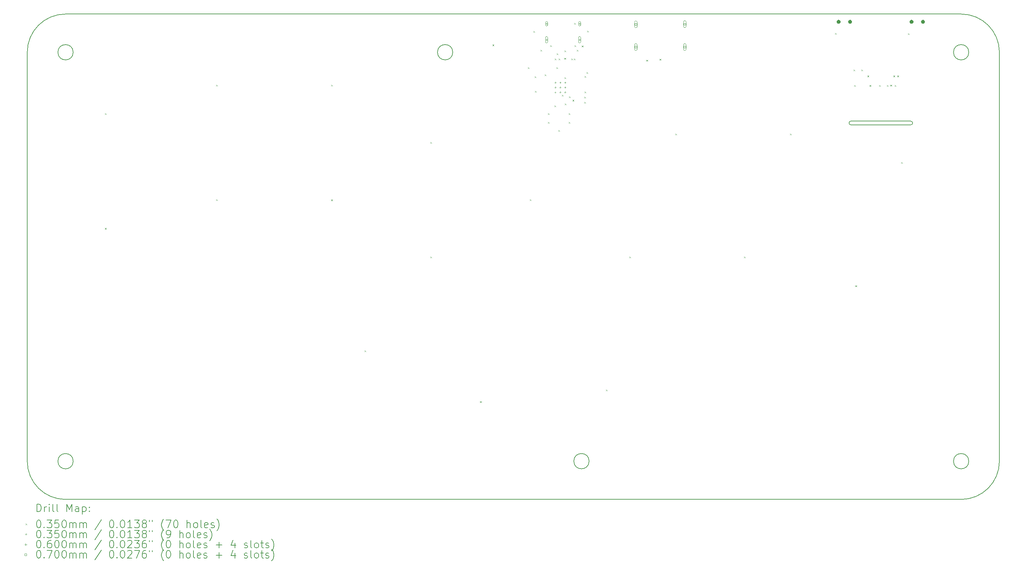
<source format=gbr>
%TF.GenerationSoftware,KiCad,Pcbnew,8.0.1*%
%TF.CreationDate,2024-03-30T21:55:53-07:00*%
%TF.ProjectId,proj,70726f6a-2e6b-4696-9361-645f70636258,rev?*%
%TF.SameCoordinates,Original*%
%TF.FileFunction,Drillmap*%
%TF.FilePolarity,Positive*%
%FSLAX45Y45*%
G04 Gerber Fmt 4.5, Leading zero omitted, Abs format (unit mm)*
G04 Created by KiCad (PCBNEW 8.0.1) date 2024-03-30 21:55:53*
%MOMM*%
%LPD*%
G01*
G04 APERTURE LIST*
%ADD10C,0.200000*%
%ADD11C,0.000000*%
%ADD12C,0.100000*%
G04 APERTURE END LIST*
D10*
X16979600Y-14548100D02*
G75*
G02*
X16579600Y-14548100I-200000J0D01*
G01*
X16579600Y-14548100D02*
G75*
G02*
X16979600Y-14548100I200000J0D01*
G01*
X27700000Y-14549120D02*
G75*
G02*
X26700000Y-15549120I-1000000J0D01*
G01*
X3300000Y-2849120D02*
X26700000Y-2849120D01*
X3500000Y-14549120D02*
G75*
G02*
X3100000Y-14549120I-200000J0D01*
G01*
X3100000Y-14549120D02*
G75*
G02*
X3500000Y-14549120I200000J0D01*
G01*
X26700000Y-2849120D02*
G75*
G02*
X27700000Y-3849120I0J-1000000D01*
G01*
X26700000Y-15549120D02*
X3300000Y-15549120D01*
X25381500Y-5650100D02*
G75*
G02*
X25381500Y-5750100I0J-50000D01*
G01*
X13417800Y-3848100D02*
G75*
G02*
X13017800Y-3848100I-200000J0D01*
G01*
X13017800Y-3848100D02*
G75*
G02*
X13417800Y-3848100I200000J0D01*
G01*
X3300000Y-15549120D02*
G75*
G02*
X2300000Y-14549120I0J1000000D01*
G01*
X23821500Y-5750100D02*
G75*
G02*
X23821500Y-5650100I0J50000D01*
G01*
X27700000Y-3849120D02*
X27700000Y-14549120D01*
X2300000Y-3849120D02*
G75*
G02*
X3300000Y-2849120I1000000J0D01*
G01*
X3500000Y-3849120D02*
G75*
G02*
X3100000Y-3849120I-200000J0D01*
G01*
X3100000Y-3849120D02*
G75*
G02*
X3500000Y-3849120I200000J0D01*
G01*
X23821500Y-5750100D02*
X25381500Y-5750100D01*
X26900000Y-3849120D02*
G75*
G02*
X26500000Y-3849120I-200000J0D01*
G01*
X26500000Y-3849120D02*
G75*
G02*
X26900000Y-3849120I200000J0D01*
G01*
X26900000Y-14549120D02*
G75*
G02*
X26500000Y-14549120I-200000J0D01*
G01*
X26500000Y-14549120D02*
G75*
G02*
X26900000Y-14549120I200000J0D01*
G01*
X2300000Y-14549120D02*
X2300000Y-3849120D01*
X23821500Y-5650100D02*
X25381500Y-5650100D01*
D11*
G36*
X25424771Y-3004898D02*
G01*
X25436743Y-3012592D01*
X25446063Y-3023348D01*
X25451975Y-3036293D01*
X25454000Y-3050380D01*
X25451975Y-3064467D01*
X25446063Y-3077412D01*
X25436743Y-3088167D01*
X25424771Y-3095862D01*
X25411116Y-3099871D01*
X25396884Y-3099871D01*
X25383229Y-3095862D01*
X25371257Y-3088167D01*
X25361937Y-3077412D01*
X25356025Y-3064467D01*
X25354000Y-3050380D01*
X25356025Y-3036293D01*
X25361937Y-3023348D01*
X25371257Y-3012592D01*
X25383229Y-3004898D01*
X25396884Y-3000889D01*
X25411116Y-3000889D01*
X25424771Y-3004898D01*
G37*
G36*
X25724771Y-3004898D02*
G01*
X25736743Y-3012592D01*
X25746063Y-3023348D01*
X25751975Y-3036293D01*
X25754000Y-3050380D01*
X25751975Y-3064467D01*
X25746063Y-3077412D01*
X25736743Y-3088167D01*
X25724771Y-3095862D01*
X25711116Y-3099871D01*
X25696884Y-3099871D01*
X25683229Y-3095862D01*
X25671257Y-3088167D01*
X25661937Y-3077412D01*
X25656025Y-3064467D01*
X25654000Y-3050380D01*
X25656025Y-3036293D01*
X25661937Y-3023348D01*
X25671257Y-3012592D01*
X25683229Y-3004898D01*
X25696884Y-3000889D01*
X25711116Y-3000889D01*
X25724771Y-3004898D01*
G37*
G36*
X23519771Y-3004898D02*
G01*
X23531743Y-3012592D01*
X23541063Y-3023348D01*
X23546975Y-3036293D01*
X23549000Y-3050380D01*
X23546975Y-3064467D01*
X23541063Y-3077412D01*
X23531743Y-3088167D01*
X23519771Y-3095862D01*
X23506116Y-3099871D01*
X23491884Y-3099871D01*
X23478229Y-3095862D01*
X23466257Y-3088167D01*
X23456937Y-3077412D01*
X23451025Y-3064467D01*
X23449000Y-3050380D01*
X23451025Y-3036293D01*
X23456937Y-3023348D01*
X23466257Y-3012592D01*
X23478229Y-3004898D01*
X23491884Y-3000889D01*
X23506116Y-3000889D01*
X23519771Y-3004898D01*
G37*
G36*
X23819771Y-3004898D02*
G01*
X23831743Y-3012592D01*
X23841063Y-3023348D01*
X23846975Y-3036293D01*
X23849000Y-3050380D01*
X23846975Y-3064467D01*
X23841063Y-3077412D01*
X23831743Y-3088167D01*
X23819771Y-3095862D01*
X23806116Y-3099871D01*
X23791884Y-3099871D01*
X23778229Y-3095862D01*
X23766257Y-3088167D01*
X23756937Y-3077412D01*
X23751025Y-3064467D01*
X23749000Y-3050380D01*
X23751025Y-3036293D01*
X23756937Y-3023348D01*
X23766257Y-3012592D01*
X23778229Y-3004898D01*
X23791884Y-3000889D01*
X23806116Y-3000889D01*
X23819771Y-3004898D01*
G37*
D10*
D12*
X4330980Y-5446040D02*
X4365980Y-5481040D01*
X4365980Y-5446040D02*
X4330980Y-5481040D01*
X4330980Y-8445490D02*
X4365980Y-8480490D01*
X4365980Y-8445490D02*
X4330980Y-8480490D01*
X7234580Y-4696450D02*
X7269580Y-4731450D01*
X7269580Y-4696450D02*
X7234580Y-4731450D01*
X7234580Y-7696190D02*
X7269580Y-7731190D01*
X7269580Y-7696190D02*
X7234580Y-7731190D01*
X10236860Y-4696450D02*
X10271860Y-4731450D01*
X10271860Y-4696450D02*
X10236860Y-4731450D01*
X10236860Y-7701270D02*
X10271860Y-7736270D01*
X10271860Y-7701270D02*
X10236860Y-7736270D01*
X11112780Y-11651260D02*
X11147780Y-11686260D01*
X11147780Y-11651260D02*
X11112780Y-11686260D01*
X12832740Y-6195050D02*
X12867740Y-6230050D01*
X12867740Y-6195050D02*
X12832740Y-6230050D01*
X12832740Y-9194790D02*
X12867740Y-9229790D01*
X12867740Y-9194790D02*
X12832740Y-9229790D01*
X14130680Y-12979390D02*
X14165680Y-13014390D01*
X14165680Y-12979390D02*
X14130680Y-13014390D01*
X14455420Y-3645180D02*
X14490420Y-3680180D01*
X14490420Y-3645180D02*
X14455420Y-3680180D01*
X15377440Y-4242080D02*
X15412440Y-4277080D01*
X15412440Y-4242080D02*
X15377440Y-4277080D01*
X15431160Y-7693650D02*
X15466160Y-7728650D01*
X15466160Y-7693650D02*
X15431160Y-7728650D01*
X15524760Y-3292120D02*
X15559760Y-3327120D01*
X15559760Y-3292120D02*
X15524760Y-3327120D01*
X15560320Y-4475760D02*
X15595320Y-4510760D01*
X15595320Y-4475760D02*
X15560320Y-4510760D01*
X15565400Y-4857580D02*
X15600400Y-4892580D01*
X15600400Y-4857580D02*
X15565400Y-4892580D01*
X15710180Y-3787420D02*
X15745180Y-3822420D01*
X15745180Y-3787420D02*
X15710180Y-3822420D01*
X15821940Y-4430040D02*
X15856940Y-4465040D01*
X15856940Y-4430040D02*
X15821940Y-4465040D01*
X15906140Y-5443460D02*
X15941140Y-5478460D01*
X15941140Y-5443460D02*
X15906140Y-5478460D01*
X15906140Y-5670580D02*
X15941140Y-5705580D01*
X15941140Y-5670580D02*
X15906140Y-5705580D01*
X15962020Y-3663780D02*
X15997020Y-3698780D01*
X15997020Y-3663780D02*
X15962020Y-3698780D01*
X16073615Y-5239085D02*
X16108615Y-5274085D01*
X16108615Y-5239085D02*
X16073615Y-5274085D01*
X16083940Y-4013480D02*
X16118940Y-4048480D01*
X16118940Y-4013480D02*
X16083940Y-4048480D01*
X16125443Y-4245917D02*
X16160443Y-4280917D01*
X16160443Y-4245917D02*
X16125443Y-4280917D01*
X16131820Y-3881400D02*
X16166820Y-3916400D01*
X16166820Y-3881400D02*
X16131820Y-3916400D01*
X16172675Y-5884245D02*
X16207675Y-5919245D01*
X16207675Y-5884245D02*
X16172675Y-5919245D01*
X16182620Y-4013480D02*
X16217620Y-4048480D01*
X16217620Y-4013480D02*
X16182620Y-4048480D01*
X16271145Y-4962445D02*
X16306145Y-4997445D01*
X16306145Y-4962445D02*
X16271145Y-4997445D01*
X16331610Y-3993980D02*
X16366610Y-4028980D01*
X16366610Y-3993980D02*
X16331610Y-4028980D01*
X16332860Y-3803480D02*
X16367860Y-3838480D01*
X16367860Y-3803480D02*
X16332860Y-3838480D01*
X16337560Y-4506240D02*
X16372560Y-4541240D01*
X16372560Y-4506240D02*
X16337560Y-4541240D01*
X16346688Y-5189944D02*
X16381688Y-5224944D01*
X16381688Y-5189944D02*
X16346688Y-5224944D01*
X16447160Y-5443460D02*
X16482160Y-5478460D01*
X16482160Y-5443460D02*
X16447160Y-5478460D01*
X16447160Y-5670580D02*
X16482160Y-5705580D01*
X16482160Y-5670580D02*
X16447160Y-5705580D01*
X16456940Y-5001540D02*
X16491940Y-5036540D01*
X16491940Y-5001540D02*
X16456940Y-5036540D01*
X16511396Y-4014596D02*
X16546396Y-4049596D01*
X16546396Y-4014596D02*
X16511396Y-4049596D01*
X16548380Y-5092980D02*
X16583380Y-5127980D01*
X16583380Y-5092980D02*
X16548380Y-5127980D01*
X16581400Y-4016020D02*
X16616400Y-4051020D01*
X16616400Y-4016020D02*
X16581400Y-4051020D01*
X16589020Y-3085580D02*
X16624020Y-3120580D01*
X16624020Y-3085580D02*
X16589020Y-3120580D01*
X16602100Y-3663780D02*
X16637100Y-3698780D01*
X16637100Y-3663780D02*
X16602100Y-3698780D01*
X16657980Y-3783160D02*
X16692980Y-3818160D01*
X16692980Y-3783160D02*
X16657980Y-3818160D01*
X16789680Y-3675660D02*
X16824680Y-3710660D01*
X16824680Y-3675660D02*
X16789680Y-3710660D01*
X16855720Y-5010540D02*
X16890720Y-5045540D01*
X16890720Y-5010540D02*
X16855720Y-5045540D01*
X16855720Y-5146320D02*
X16890720Y-5181320D01*
X16890720Y-5146320D02*
X16855720Y-5181320D01*
X16858260Y-4874540D02*
X16893260Y-4909540D01*
X16893260Y-4874540D02*
X16858260Y-4909540D01*
X16863340Y-4468140D02*
X16898340Y-4503140D01*
X16898340Y-4468140D02*
X16863340Y-4503140D01*
X16911600Y-4366540D02*
X16946600Y-4401540D01*
X16946600Y-4366540D02*
X16911600Y-4401540D01*
X16926840Y-3281960D02*
X16961840Y-3316960D01*
X16961840Y-3281960D02*
X16926840Y-3316960D01*
X17417440Y-12677130D02*
X17452440Y-12712130D01*
X17452440Y-12677130D02*
X17417440Y-12712130D01*
X18027040Y-9194790D02*
X18062040Y-9229790D01*
X18062040Y-9194790D02*
X18027040Y-9229790D01*
X18473700Y-4043960D02*
X18508700Y-4078960D01*
X18508700Y-4043960D02*
X18473700Y-4078960D01*
X18821680Y-4020678D02*
X18856680Y-4055678D01*
X18856680Y-4020678D02*
X18821680Y-4055678D01*
X19231000Y-5979150D02*
X19266000Y-6014150D01*
X19266000Y-5979150D02*
X19231000Y-6014150D01*
X21029320Y-9194790D02*
X21064320Y-9229790D01*
X21064320Y-9194790D02*
X21029320Y-9229790D01*
X22230740Y-5976610D02*
X22265740Y-6011610D01*
X22265740Y-5976610D02*
X22230740Y-6011610D01*
X23406380Y-3348000D02*
X23441380Y-3383000D01*
X23441380Y-3348000D02*
X23406380Y-3383000D01*
X23886440Y-4303040D02*
X23921440Y-4338040D01*
X23921440Y-4303040D02*
X23886440Y-4338040D01*
X23903400Y-4708681D02*
X23938400Y-4743681D01*
X23938400Y-4708681D02*
X23903400Y-4743681D01*
X23935080Y-9949170D02*
X23970080Y-9984170D01*
X23970080Y-9949170D02*
X23935080Y-9984170D01*
X24094720Y-4303040D02*
X24129720Y-4338040D01*
X24129720Y-4303040D02*
X24094720Y-4338040D01*
X24249660Y-4457980D02*
X24284660Y-4492980D01*
X24284660Y-4457980D02*
X24249660Y-4492980D01*
X24308080Y-4709440D02*
X24343080Y-4744440D01*
X24343080Y-4709440D02*
X24308080Y-4744440D01*
X24559540Y-4709440D02*
X24594540Y-4744440D01*
X24594540Y-4709440D02*
X24559540Y-4744440D01*
X24760200Y-4709440D02*
X24795200Y-4744440D01*
X24795200Y-4709440D02*
X24760200Y-4744440D01*
X24849100Y-4701820D02*
X24884100Y-4736820D01*
X24884100Y-4701820D02*
X24849100Y-4736820D01*
X24932920Y-4457980D02*
X24967920Y-4492980D01*
X24967920Y-4457980D02*
X24932920Y-4492980D01*
X24965733Y-4707049D02*
X25000733Y-4742049D01*
X25000733Y-4707049D02*
X24965733Y-4742049D01*
X25034520Y-4457980D02*
X25069520Y-4492980D01*
X25069520Y-4457980D02*
X25034520Y-4492980D01*
X25133960Y-6725910D02*
X25168960Y-6760910D01*
X25168960Y-6725910D02*
X25133960Y-6760910D01*
X25311380Y-3350540D02*
X25346380Y-3385540D01*
X25346380Y-3350540D02*
X25311380Y-3385540D01*
X16119965Y-4647445D02*
G75*
G02*
X16084965Y-4647445I-17500J0D01*
G01*
X16084965Y-4647445D02*
G75*
G02*
X16119965Y-4647445I17500J0D01*
G01*
X16119965Y-4774945D02*
G75*
G02*
X16084965Y-4774945I-17500J0D01*
G01*
X16084965Y-4774945D02*
G75*
G02*
X16119965Y-4774945I17500J0D01*
G01*
X16119965Y-4902445D02*
G75*
G02*
X16084965Y-4902445I-17500J0D01*
G01*
X16084965Y-4902445D02*
G75*
G02*
X16119965Y-4902445I17500J0D01*
G01*
X16247465Y-4647445D02*
G75*
G02*
X16212465Y-4647445I-17500J0D01*
G01*
X16212465Y-4647445D02*
G75*
G02*
X16247465Y-4647445I17500J0D01*
G01*
X16247465Y-4774945D02*
G75*
G02*
X16212465Y-4774945I-17500J0D01*
G01*
X16212465Y-4774945D02*
G75*
G02*
X16247465Y-4774945I17500J0D01*
G01*
X16247465Y-4902445D02*
G75*
G02*
X16212465Y-4902445I-17500J0D01*
G01*
X16212465Y-4902445D02*
G75*
G02*
X16247465Y-4902445I17500J0D01*
G01*
X16374965Y-4647445D02*
G75*
G02*
X16339965Y-4647445I-17500J0D01*
G01*
X16339965Y-4647445D02*
G75*
G02*
X16374965Y-4647445I17500J0D01*
G01*
X16374965Y-4774945D02*
G75*
G02*
X16339965Y-4774945I-17500J0D01*
G01*
X16339965Y-4774945D02*
G75*
G02*
X16374965Y-4774945I17500J0D01*
G01*
X16374965Y-4902445D02*
G75*
G02*
X16339965Y-4902445I-17500J0D01*
G01*
X16339965Y-4902445D02*
G75*
G02*
X16374965Y-4902445I17500J0D01*
G01*
X15867380Y-3073880D02*
X15867380Y-3133880D01*
X15837380Y-3103880D02*
X15897380Y-3103880D01*
X15897380Y-3133880D02*
X15897380Y-3073880D01*
X15837380Y-3073880D02*
G75*
G02*
X15897380Y-3073880I30000J0D01*
G01*
X15837380Y-3073880D02*
X15837380Y-3133880D01*
X15837380Y-3133880D02*
G75*
G03*
X15897380Y-3133880I30000J0D01*
G01*
X15867380Y-3491880D02*
X15867380Y-3551880D01*
X15837380Y-3521880D02*
X15897380Y-3521880D01*
X15897380Y-3576880D02*
X15897380Y-3466880D01*
X15837380Y-3466880D02*
G75*
G02*
X15897380Y-3466880I30000J0D01*
G01*
X15837380Y-3466880D02*
X15837380Y-3576880D01*
X15837380Y-3576880D02*
G75*
G03*
X15897380Y-3576880I30000J0D01*
G01*
X16731380Y-3073880D02*
X16731380Y-3133880D01*
X16701380Y-3103880D02*
X16761380Y-3103880D01*
X16761380Y-3133880D02*
X16761380Y-3073880D01*
X16701380Y-3073880D02*
G75*
G02*
X16761380Y-3073880I30000J0D01*
G01*
X16701380Y-3073880D02*
X16701380Y-3133880D01*
X16701380Y-3133880D02*
G75*
G03*
X16761380Y-3133880I30000J0D01*
G01*
X16731380Y-3491880D02*
X16731380Y-3551880D01*
X16701380Y-3521880D02*
X16761380Y-3521880D01*
X16761380Y-3576880D02*
X16761380Y-3466880D01*
X16701380Y-3466880D02*
G75*
G02*
X16761380Y-3466880I30000J0D01*
G01*
X16701380Y-3466880D02*
X16701380Y-3576880D01*
X16701380Y-3576880D02*
G75*
G03*
X16761380Y-3576880I30000J0D01*
G01*
X18224869Y-3142677D02*
X18224869Y-3093179D01*
X18175371Y-3093179D01*
X18175371Y-3142677D01*
X18224869Y-3142677D01*
X18165120Y-3062928D02*
X18165120Y-3172928D01*
X18235120Y-3172928D02*
G75*
G02*
X18165120Y-3172928I-35000J0D01*
G01*
X18235120Y-3172928D02*
X18235120Y-3062928D01*
X18235120Y-3062928D02*
G75*
G03*
X18165120Y-3062928I-35000J0D01*
G01*
X18224869Y-3737827D02*
X18224869Y-3688329D01*
X18175371Y-3688329D01*
X18175371Y-3737827D01*
X18224869Y-3737827D01*
X18165120Y-3658078D02*
X18165120Y-3768078D01*
X18235120Y-3768078D02*
G75*
G02*
X18165120Y-3768078I-35000J0D01*
G01*
X18235120Y-3768078D02*
X18235120Y-3658078D01*
X18235120Y-3658078D02*
G75*
G03*
X18165120Y-3658078I-35000J0D01*
G01*
X19505069Y-3137627D02*
X19505069Y-3088129D01*
X19455571Y-3088129D01*
X19455571Y-3137627D01*
X19505069Y-3137627D01*
X19515320Y-3167878D02*
X19515320Y-3057878D01*
X19445320Y-3057878D02*
G75*
G02*
X19515320Y-3057878I35000J0D01*
G01*
X19445320Y-3057878D02*
X19445320Y-3167878D01*
X19445320Y-3167878D02*
G75*
G03*
X19515320Y-3167878I35000J0D01*
G01*
X19505069Y-3737827D02*
X19505069Y-3688329D01*
X19455571Y-3688329D01*
X19455571Y-3737827D01*
X19505069Y-3737827D01*
X19515320Y-3768078D02*
X19515320Y-3658078D01*
X19445320Y-3658078D02*
G75*
G02*
X19515320Y-3658078I35000J0D01*
G01*
X19445320Y-3658078D02*
X19445320Y-3768078D01*
X19445320Y-3768078D02*
G75*
G03*
X19515320Y-3768078I35000J0D01*
G01*
D10*
X2550777Y-15870604D02*
X2550777Y-15670604D01*
X2550777Y-15670604D02*
X2598396Y-15670604D01*
X2598396Y-15670604D02*
X2626967Y-15680128D01*
X2626967Y-15680128D02*
X2646015Y-15699175D01*
X2646015Y-15699175D02*
X2655539Y-15718223D01*
X2655539Y-15718223D02*
X2665063Y-15756318D01*
X2665063Y-15756318D02*
X2665063Y-15784889D01*
X2665063Y-15784889D02*
X2655539Y-15822985D01*
X2655539Y-15822985D02*
X2646015Y-15842032D01*
X2646015Y-15842032D02*
X2626967Y-15861080D01*
X2626967Y-15861080D02*
X2598396Y-15870604D01*
X2598396Y-15870604D02*
X2550777Y-15870604D01*
X2750777Y-15870604D02*
X2750777Y-15737270D01*
X2750777Y-15775366D02*
X2760301Y-15756318D01*
X2760301Y-15756318D02*
X2769824Y-15746794D01*
X2769824Y-15746794D02*
X2788872Y-15737270D01*
X2788872Y-15737270D02*
X2807920Y-15737270D01*
X2874586Y-15870604D02*
X2874586Y-15737270D01*
X2874586Y-15670604D02*
X2865062Y-15680128D01*
X2865062Y-15680128D02*
X2874586Y-15689651D01*
X2874586Y-15689651D02*
X2884110Y-15680128D01*
X2884110Y-15680128D02*
X2874586Y-15670604D01*
X2874586Y-15670604D02*
X2874586Y-15689651D01*
X2998396Y-15870604D02*
X2979348Y-15861080D01*
X2979348Y-15861080D02*
X2969824Y-15842032D01*
X2969824Y-15842032D02*
X2969824Y-15670604D01*
X3103158Y-15870604D02*
X3084110Y-15861080D01*
X3084110Y-15861080D02*
X3074586Y-15842032D01*
X3074586Y-15842032D02*
X3074586Y-15670604D01*
X3331729Y-15870604D02*
X3331729Y-15670604D01*
X3331729Y-15670604D02*
X3398396Y-15813461D01*
X3398396Y-15813461D02*
X3465062Y-15670604D01*
X3465062Y-15670604D02*
X3465062Y-15870604D01*
X3646015Y-15870604D02*
X3646015Y-15765842D01*
X3646015Y-15765842D02*
X3636491Y-15746794D01*
X3636491Y-15746794D02*
X3617443Y-15737270D01*
X3617443Y-15737270D02*
X3579348Y-15737270D01*
X3579348Y-15737270D02*
X3560301Y-15746794D01*
X3646015Y-15861080D02*
X3626967Y-15870604D01*
X3626967Y-15870604D02*
X3579348Y-15870604D01*
X3579348Y-15870604D02*
X3560301Y-15861080D01*
X3560301Y-15861080D02*
X3550777Y-15842032D01*
X3550777Y-15842032D02*
X3550777Y-15822985D01*
X3550777Y-15822985D02*
X3560301Y-15803937D01*
X3560301Y-15803937D02*
X3579348Y-15794413D01*
X3579348Y-15794413D02*
X3626967Y-15794413D01*
X3626967Y-15794413D02*
X3646015Y-15784889D01*
X3741253Y-15737270D02*
X3741253Y-15937270D01*
X3741253Y-15746794D02*
X3760301Y-15737270D01*
X3760301Y-15737270D02*
X3798396Y-15737270D01*
X3798396Y-15737270D02*
X3817443Y-15746794D01*
X3817443Y-15746794D02*
X3826967Y-15756318D01*
X3826967Y-15756318D02*
X3836491Y-15775366D01*
X3836491Y-15775366D02*
X3836491Y-15832508D01*
X3836491Y-15832508D02*
X3826967Y-15851556D01*
X3826967Y-15851556D02*
X3817443Y-15861080D01*
X3817443Y-15861080D02*
X3798396Y-15870604D01*
X3798396Y-15870604D02*
X3760301Y-15870604D01*
X3760301Y-15870604D02*
X3741253Y-15861080D01*
X3922205Y-15851556D02*
X3931729Y-15861080D01*
X3931729Y-15861080D02*
X3922205Y-15870604D01*
X3922205Y-15870604D02*
X3912682Y-15861080D01*
X3912682Y-15861080D02*
X3922205Y-15851556D01*
X3922205Y-15851556D02*
X3922205Y-15870604D01*
X3922205Y-15746794D02*
X3931729Y-15756318D01*
X3931729Y-15756318D02*
X3922205Y-15765842D01*
X3922205Y-15765842D02*
X3912682Y-15756318D01*
X3912682Y-15756318D02*
X3922205Y-15746794D01*
X3922205Y-15746794D02*
X3922205Y-15765842D01*
D12*
X2255000Y-16181620D02*
X2290000Y-16216620D01*
X2290000Y-16181620D02*
X2255000Y-16216620D01*
D10*
X2588872Y-16090604D02*
X2607920Y-16090604D01*
X2607920Y-16090604D02*
X2626967Y-16100128D01*
X2626967Y-16100128D02*
X2636491Y-16109651D01*
X2636491Y-16109651D02*
X2646015Y-16128699D01*
X2646015Y-16128699D02*
X2655539Y-16166794D01*
X2655539Y-16166794D02*
X2655539Y-16214413D01*
X2655539Y-16214413D02*
X2646015Y-16252508D01*
X2646015Y-16252508D02*
X2636491Y-16271556D01*
X2636491Y-16271556D02*
X2626967Y-16281080D01*
X2626967Y-16281080D02*
X2607920Y-16290604D01*
X2607920Y-16290604D02*
X2588872Y-16290604D01*
X2588872Y-16290604D02*
X2569824Y-16281080D01*
X2569824Y-16281080D02*
X2560301Y-16271556D01*
X2560301Y-16271556D02*
X2550777Y-16252508D01*
X2550777Y-16252508D02*
X2541253Y-16214413D01*
X2541253Y-16214413D02*
X2541253Y-16166794D01*
X2541253Y-16166794D02*
X2550777Y-16128699D01*
X2550777Y-16128699D02*
X2560301Y-16109651D01*
X2560301Y-16109651D02*
X2569824Y-16100128D01*
X2569824Y-16100128D02*
X2588872Y-16090604D01*
X2741253Y-16271556D02*
X2750777Y-16281080D01*
X2750777Y-16281080D02*
X2741253Y-16290604D01*
X2741253Y-16290604D02*
X2731729Y-16281080D01*
X2731729Y-16281080D02*
X2741253Y-16271556D01*
X2741253Y-16271556D02*
X2741253Y-16290604D01*
X2817443Y-16090604D02*
X2941253Y-16090604D01*
X2941253Y-16090604D02*
X2874586Y-16166794D01*
X2874586Y-16166794D02*
X2903158Y-16166794D01*
X2903158Y-16166794D02*
X2922205Y-16176318D01*
X2922205Y-16176318D02*
X2931729Y-16185842D01*
X2931729Y-16185842D02*
X2941253Y-16204889D01*
X2941253Y-16204889D02*
X2941253Y-16252508D01*
X2941253Y-16252508D02*
X2931729Y-16271556D01*
X2931729Y-16271556D02*
X2922205Y-16281080D01*
X2922205Y-16281080D02*
X2903158Y-16290604D01*
X2903158Y-16290604D02*
X2846015Y-16290604D01*
X2846015Y-16290604D02*
X2826967Y-16281080D01*
X2826967Y-16281080D02*
X2817443Y-16271556D01*
X3122205Y-16090604D02*
X3026967Y-16090604D01*
X3026967Y-16090604D02*
X3017443Y-16185842D01*
X3017443Y-16185842D02*
X3026967Y-16176318D01*
X3026967Y-16176318D02*
X3046015Y-16166794D01*
X3046015Y-16166794D02*
X3093634Y-16166794D01*
X3093634Y-16166794D02*
X3112682Y-16176318D01*
X3112682Y-16176318D02*
X3122205Y-16185842D01*
X3122205Y-16185842D02*
X3131729Y-16204889D01*
X3131729Y-16204889D02*
X3131729Y-16252508D01*
X3131729Y-16252508D02*
X3122205Y-16271556D01*
X3122205Y-16271556D02*
X3112682Y-16281080D01*
X3112682Y-16281080D02*
X3093634Y-16290604D01*
X3093634Y-16290604D02*
X3046015Y-16290604D01*
X3046015Y-16290604D02*
X3026967Y-16281080D01*
X3026967Y-16281080D02*
X3017443Y-16271556D01*
X3255539Y-16090604D02*
X3274586Y-16090604D01*
X3274586Y-16090604D02*
X3293634Y-16100128D01*
X3293634Y-16100128D02*
X3303158Y-16109651D01*
X3303158Y-16109651D02*
X3312682Y-16128699D01*
X3312682Y-16128699D02*
X3322205Y-16166794D01*
X3322205Y-16166794D02*
X3322205Y-16214413D01*
X3322205Y-16214413D02*
X3312682Y-16252508D01*
X3312682Y-16252508D02*
X3303158Y-16271556D01*
X3303158Y-16271556D02*
X3293634Y-16281080D01*
X3293634Y-16281080D02*
X3274586Y-16290604D01*
X3274586Y-16290604D02*
X3255539Y-16290604D01*
X3255539Y-16290604D02*
X3236491Y-16281080D01*
X3236491Y-16281080D02*
X3226967Y-16271556D01*
X3226967Y-16271556D02*
X3217443Y-16252508D01*
X3217443Y-16252508D02*
X3207920Y-16214413D01*
X3207920Y-16214413D02*
X3207920Y-16166794D01*
X3207920Y-16166794D02*
X3217443Y-16128699D01*
X3217443Y-16128699D02*
X3226967Y-16109651D01*
X3226967Y-16109651D02*
X3236491Y-16100128D01*
X3236491Y-16100128D02*
X3255539Y-16090604D01*
X3407920Y-16290604D02*
X3407920Y-16157270D01*
X3407920Y-16176318D02*
X3417443Y-16166794D01*
X3417443Y-16166794D02*
X3436491Y-16157270D01*
X3436491Y-16157270D02*
X3465063Y-16157270D01*
X3465063Y-16157270D02*
X3484110Y-16166794D01*
X3484110Y-16166794D02*
X3493634Y-16185842D01*
X3493634Y-16185842D02*
X3493634Y-16290604D01*
X3493634Y-16185842D02*
X3503158Y-16166794D01*
X3503158Y-16166794D02*
X3522205Y-16157270D01*
X3522205Y-16157270D02*
X3550777Y-16157270D01*
X3550777Y-16157270D02*
X3569824Y-16166794D01*
X3569824Y-16166794D02*
X3579348Y-16185842D01*
X3579348Y-16185842D02*
X3579348Y-16290604D01*
X3674586Y-16290604D02*
X3674586Y-16157270D01*
X3674586Y-16176318D02*
X3684110Y-16166794D01*
X3684110Y-16166794D02*
X3703158Y-16157270D01*
X3703158Y-16157270D02*
X3731729Y-16157270D01*
X3731729Y-16157270D02*
X3750777Y-16166794D01*
X3750777Y-16166794D02*
X3760301Y-16185842D01*
X3760301Y-16185842D02*
X3760301Y-16290604D01*
X3760301Y-16185842D02*
X3769824Y-16166794D01*
X3769824Y-16166794D02*
X3788872Y-16157270D01*
X3788872Y-16157270D02*
X3817443Y-16157270D01*
X3817443Y-16157270D02*
X3836491Y-16166794D01*
X3836491Y-16166794D02*
X3846015Y-16185842D01*
X3846015Y-16185842D02*
X3846015Y-16290604D01*
X4236491Y-16081080D02*
X4065063Y-16338223D01*
X4493634Y-16090604D02*
X4512682Y-16090604D01*
X4512682Y-16090604D02*
X4531729Y-16100128D01*
X4531729Y-16100128D02*
X4541253Y-16109651D01*
X4541253Y-16109651D02*
X4550777Y-16128699D01*
X4550777Y-16128699D02*
X4560301Y-16166794D01*
X4560301Y-16166794D02*
X4560301Y-16214413D01*
X4560301Y-16214413D02*
X4550777Y-16252508D01*
X4550777Y-16252508D02*
X4541253Y-16271556D01*
X4541253Y-16271556D02*
X4531729Y-16281080D01*
X4531729Y-16281080D02*
X4512682Y-16290604D01*
X4512682Y-16290604D02*
X4493634Y-16290604D01*
X4493634Y-16290604D02*
X4474587Y-16281080D01*
X4474587Y-16281080D02*
X4465063Y-16271556D01*
X4465063Y-16271556D02*
X4455539Y-16252508D01*
X4455539Y-16252508D02*
X4446015Y-16214413D01*
X4446015Y-16214413D02*
X4446015Y-16166794D01*
X4446015Y-16166794D02*
X4455539Y-16128699D01*
X4455539Y-16128699D02*
X4465063Y-16109651D01*
X4465063Y-16109651D02*
X4474587Y-16100128D01*
X4474587Y-16100128D02*
X4493634Y-16090604D01*
X4646015Y-16271556D02*
X4655539Y-16281080D01*
X4655539Y-16281080D02*
X4646015Y-16290604D01*
X4646015Y-16290604D02*
X4636491Y-16281080D01*
X4636491Y-16281080D02*
X4646015Y-16271556D01*
X4646015Y-16271556D02*
X4646015Y-16290604D01*
X4779348Y-16090604D02*
X4798396Y-16090604D01*
X4798396Y-16090604D02*
X4817444Y-16100128D01*
X4817444Y-16100128D02*
X4826968Y-16109651D01*
X4826968Y-16109651D02*
X4836491Y-16128699D01*
X4836491Y-16128699D02*
X4846015Y-16166794D01*
X4846015Y-16166794D02*
X4846015Y-16214413D01*
X4846015Y-16214413D02*
X4836491Y-16252508D01*
X4836491Y-16252508D02*
X4826968Y-16271556D01*
X4826968Y-16271556D02*
X4817444Y-16281080D01*
X4817444Y-16281080D02*
X4798396Y-16290604D01*
X4798396Y-16290604D02*
X4779348Y-16290604D01*
X4779348Y-16290604D02*
X4760301Y-16281080D01*
X4760301Y-16281080D02*
X4750777Y-16271556D01*
X4750777Y-16271556D02*
X4741253Y-16252508D01*
X4741253Y-16252508D02*
X4731729Y-16214413D01*
X4731729Y-16214413D02*
X4731729Y-16166794D01*
X4731729Y-16166794D02*
X4741253Y-16128699D01*
X4741253Y-16128699D02*
X4750777Y-16109651D01*
X4750777Y-16109651D02*
X4760301Y-16100128D01*
X4760301Y-16100128D02*
X4779348Y-16090604D01*
X5036491Y-16290604D02*
X4922206Y-16290604D01*
X4979348Y-16290604D02*
X4979348Y-16090604D01*
X4979348Y-16090604D02*
X4960301Y-16119175D01*
X4960301Y-16119175D02*
X4941253Y-16138223D01*
X4941253Y-16138223D02*
X4922206Y-16147747D01*
X5103158Y-16090604D02*
X5226968Y-16090604D01*
X5226968Y-16090604D02*
X5160301Y-16166794D01*
X5160301Y-16166794D02*
X5188872Y-16166794D01*
X5188872Y-16166794D02*
X5207920Y-16176318D01*
X5207920Y-16176318D02*
X5217444Y-16185842D01*
X5217444Y-16185842D02*
X5226968Y-16204889D01*
X5226968Y-16204889D02*
X5226968Y-16252508D01*
X5226968Y-16252508D02*
X5217444Y-16271556D01*
X5217444Y-16271556D02*
X5207920Y-16281080D01*
X5207920Y-16281080D02*
X5188872Y-16290604D01*
X5188872Y-16290604D02*
X5131729Y-16290604D01*
X5131729Y-16290604D02*
X5112682Y-16281080D01*
X5112682Y-16281080D02*
X5103158Y-16271556D01*
X5341253Y-16176318D02*
X5322206Y-16166794D01*
X5322206Y-16166794D02*
X5312682Y-16157270D01*
X5312682Y-16157270D02*
X5303158Y-16138223D01*
X5303158Y-16138223D02*
X5303158Y-16128699D01*
X5303158Y-16128699D02*
X5312682Y-16109651D01*
X5312682Y-16109651D02*
X5322206Y-16100128D01*
X5322206Y-16100128D02*
X5341253Y-16090604D01*
X5341253Y-16090604D02*
X5379349Y-16090604D01*
X5379349Y-16090604D02*
X5398396Y-16100128D01*
X5398396Y-16100128D02*
X5407920Y-16109651D01*
X5407920Y-16109651D02*
X5417444Y-16128699D01*
X5417444Y-16128699D02*
X5417444Y-16138223D01*
X5417444Y-16138223D02*
X5407920Y-16157270D01*
X5407920Y-16157270D02*
X5398396Y-16166794D01*
X5398396Y-16166794D02*
X5379349Y-16176318D01*
X5379349Y-16176318D02*
X5341253Y-16176318D01*
X5341253Y-16176318D02*
X5322206Y-16185842D01*
X5322206Y-16185842D02*
X5312682Y-16195366D01*
X5312682Y-16195366D02*
X5303158Y-16214413D01*
X5303158Y-16214413D02*
X5303158Y-16252508D01*
X5303158Y-16252508D02*
X5312682Y-16271556D01*
X5312682Y-16271556D02*
X5322206Y-16281080D01*
X5322206Y-16281080D02*
X5341253Y-16290604D01*
X5341253Y-16290604D02*
X5379349Y-16290604D01*
X5379349Y-16290604D02*
X5398396Y-16281080D01*
X5398396Y-16281080D02*
X5407920Y-16271556D01*
X5407920Y-16271556D02*
X5417444Y-16252508D01*
X5417444Y-16252508D02*
X5417444Y-16214413D01*
X5417444Y-16214413D02*
X5407920Y-16195366D01*
X5407920Y-16195366D02*
X5398396Y-16185842D01*
X5398396Y-16185842D02*
X5379349Y-16176318D01*
X5493634Y-16090604D02*
X5493634Y-16128699D01*
X5569825Y-16090604D02*
X5569825Y-16128699D01*
X5865063Y-16366794D02*
X5855539Y-16357270D01*
X5855539Y-16357270D02*
X5836491Y-16328699D01*
X5836491Y-16328699D02*
X5826968Y-16309651D01*
X5826968Y-16309651D02*
X5817444Y-16281080D01*
X5817444Y-16281080D02*
X5807920Y-16233461D01*
X5807920Y-16233461D02*
X5807920Y-16195366D01*
X5807920Y-16195366D02*
X5817444Y-16147747D01*
X5817444Y-16147747D02*
X5826968Y-16119175D01*
X5826968Y-16119175D02*
X5836491Y-16100128D01*
X5836491Y-16100128D02*
X5855539Y-16071556D01*
X5855539Y-16071556D02*
X5865063Y-16062032D01*
X5922206Y-16090604D02*
X6055539Y-16090604D01*
X6055539Y-16090604D02*
X5969825Y-16290604D01*
X6169825Y-16090604D02*
X6188872Y-16090604D01*
X6188872Y-16090604D02*
X6207920Y-16100128D01*
X6207920Y-16100128D02*
X6217444Y-16109651D01*
X6217444Y-16109651D02*
X6226968Y-16128699D01*
X6226968Y-16128699D02*
X6236491Y-16166794D01*
X6236491Y-16166794D02*
X6236491Y-16214413D01*
X6236491Y-16214413D02*
X6226968Y-16252508D01*
X6226968Y-16252508D02*
X6217444Y-16271556D01*
X6217444Y-16271556D02*
X6207920Y-16281080D01*
X6207920Y-16281080D02*
X6188872Y-16290604D01*
X6188872Y-16290604D02*
X6169825Y-16290604D01*
X6169825Y-16290604D02*
X6150777Y-16281080D01*
X6150777Y-16281080D02*
X6141253Y-16271556D01*
X6141253Y-16271556D02*
X6131729Y-16252508D01*
X6131729Y-16252508D02*
X6122206Y-16214413D01*
X6122206Y-16214413D02*
X6122206Y-16166794D01*
X6122206Y-16166794D02*
X6131729Y-16128699D01*
X6131729Y-16128699D02*
X6141253Y-16109651D01*
X6141253Y-16109651D02*
X6150777Y-16100128D01*
X6150777Y-16100128D02*
X6169825Y-16090604D01*
X6474587Y-16290604D02*
X6474587Y-16090604D01*
X6560301Y-16290604D02*
X6560301Y-16185842D01*
X6560301Y-16185842D02*
X6550777Y-16166794D01*
X6550777Y-16166794D02*
X6531730Y-16157270D01*
X6531730Y-16157270D02*
X6503158Y-16157270D01*
X6503158Y-16157270D02*
X6484110Y-16166794D01*
X6484110Y-16166794D02*
X6474587Y-16176318D01*
X6684110Y-16290604D02*
X6665063Y-16281080D01*
X6665063Y-16281080D02*
X6655539Y-16271556D01*
X6655539Y-16271556D02*
X6646015Y-16252508D01*
X6646015Y-16252508D02*
X6646015Y-16195366D01*
X6646015Y-16195366D02*
X6655539Y-16176318D01*
X6655539Y-16176318D02*
X6665063Y-16166794D01*
X6665063Y-16166794D02*
X6684110Y-16157270D01*
X6684110Y-16157270D02*
X6712682Y-16157270D01*
X6712682Y-16157270D02*
X6731730Y-16166794D01*
X6731730Y-16166794D02*
X6741253Y-16176318D01*
X6741253Y-16176318D02*
X6750777Y-16195366D01*
X6750777Y-16195366D02*
X6750777Y-16252508D01*
X6750777Y-16252508D02*
X6741253Y-16271556D01*
X6741253Y-16271556D02*
X6731730Y-16281080D01*
X6731730Y-16281080D02*
X6712682Y-16290604D01*
X6712682Y-16290604D02*
X6684110Y-16290604D01*
X6865063Y-16290604D02*
X6846015Y-16281080D01*
X6846015Y-16281080D02*
X6836491Y-16262032D01*
X6836491Y-16262032D02*
X6836491Y-16090604D01*
X7017444Y-16281080D02*
X6998396Y-16290604D01*
X6998396Y-16290604D02*
X6960301Y-16290604D01*
X6960301Y-16290604D02*
X6941253Y-16281080D01*
X6941253Y-16281080D02*
X6931730Y-16262032D01*
X6931730Y-16262032D02*
X6931730Y-16185842D01*
X6931730Y-16185842D02*
X6941253Y-16166794D01*
X6941253Y-16166794D02*
X6960301Y-16157270D01*
X6960301Y-16157270D02*
X6998396Y-16157270D01*
X6998396Y-16157270D02*
X7017444Y-16166794D01*
X7017444Y-16166794D02*
X7026968Y-16185842D01*
X7026968Y-16185842D02*
X7026968Y-16204889D01*
X7026968Y-16204889D02*
X6931730Y-16223937D01*
X7103158Y-16281080D02*
X7122206Y-16290604D01*
X7122206Y-16290604D02*
X7160301Y-16290604D01*
X7160301Y-16290604D02*
X7179349Y-16281080D01*
X7179349Y-16281080D02*
X7188872Y-16262032D01*
X7188872Y-16262032D02*
X7188872Y-16252508D01*
X7188872Y-16252508D02*
X7179349Y-16233461D01*
X7179349Y-16233461D02*
X7160301Y-16223937D01*
X7160301Y-16223937D02*
X7131730Y-16223937D01*
X7131730Y-16223937D02*
X7112682Y-16214413D01*
X7112682Y-16214413D02*
X7103158Y-16195366D01*
X7103158Y-16195366D02*
X7103158Y-16185842D01*
X7103158Y-16185842D02*
X7112682Y-16166794D01*
X7112682Y-16166794D02*
X7131730Y-16157270D01*
X7131730Y-16157270D02*
X7160301Y-16157270D01*
X7160301Y-16157270D02*
X7179349Y-16166794D01*
X7255539Y-16366794D02*
X7265063Y-16357270D01*
X7265063Y-16357270D02*
X7284111Y-16328699D01*
X7284111Y-16328699D02*
X7293634Y-16309651D01*
X7293634Y-16309651D02*
X7303158Y-16281080D01*
X7303158Y-16281080D02*
X7312682Y-16233461D01*
X7312682Y-16233461D02*
X7312682Y-16195366D01*
X7312682Y-16195366D02*
X7303158Y-16147747D01*
X7303158Y-16147747D02*
X7293634Y-16119175D01*
X7293634Y-16119175D02*
X7284111Y-16100128D01*
X7284111Y-16100128D02*
X7265063Y-16071556D01*
X7265063Y-16071556D02*
X7255539Y-16062032D01*
D12*
X2290000Y-16463120D02*
G75*
G02*
X2255000Y-16463120I-17500J0D01*
G01*
X2255000Y-16463120D02*
G75*
G02*
X2290000Y-16463120I17500J0D01*
G01*
D10*
X2588872Y-16354604D02*
X2607920Y-16354604D01*
X2607920Y-16354604D02*
X2626967Y-16364128D01*
X2626967Y-16364128D02*
X2636491Y-16373651D01*
X2636491Y-16373651D02*
X2646015Y-16392699D01*
X2646015Y-16392699D02*
X2655539Y-16430794D01*
X2655539Y-16430794D02*
X2655539Y-16478413D01*
X2655539Y-16478413D02*
X2646015Y-16516508D01*
X2646015Y-16516508D02*
X2636491Y-16535556D01*
X2636491Y-16535556D02*
X2626967Y-16545080D01*
X2626967Y-16545080D02*
X2607920Y-16554604D01*
X2607920Y-16554604D02*
X2588872Y-16554604D01*
X2588872Y-16554604D02*
X2569824Y-16545080D01*
X2569824Y-16545080D02*
X2560301Y-16535556D01*
X2560301Y-16535556D02*
X2550777Y-16516508D01*
X2550777Y-16516508D02*
X2541253Y-16478413D01*
X2541253Y-16478413D02*
X2541253Y-16430794D01*
X2541253Y-16430794D02*
X2550777Y-16392699D01*
X2550777Y-16392699D02*
X2560301Y-16373651D01*
X2560301Y-16373651D02*
X2569824Y-16364128D01*
X2569824Y-16364128D02*
X2588872Y-16354604D01*
X2741253Y-16535556D02*
X2750777Y-16545080D01*
X2750777Y-16545080D02*
X2741253Y-16554604D01*
X2741253Y-16554604D02*
X2731729Y-16545080D01*
X2731729Y-16545080D02*
X2741253Y-16535556D01*
X2741253Y-16535556D02*
X2741253Y-16554604D01*
X2817443Y-16354604D02*
X2941253Y-16354604D01*
X2941253Y-16354604D02*
X2874586Y-16430794D01*
X2874586Y-16430794D02*
X2903158Y-16430794D01*
X2903158Y-16430794D02*
X2922205Y-16440318D01*
X2922205Y-16440318D02*
X2931729Y-16449842D01*
X2931729Y-16449842D02*
X2941253Y-16468889D01*
X2941253Y-16468889D02*
X2941253Y-16516508D01*
X2941253Y-16516508D02*
X2931729Y-16535556D01*
X2931729Y-16535556D02*
X2922205Y-16545080D01*
X2922205Y-16545080D02*
X2903158Y-16554604D01*
X2903158Y-16554604D02*
X2846015Y-16554604D01*
X2846015Y-16554604D02*
X2826967Y-16545080D01*
X2826967Y-16545080D02*
X2817443Y-16535556D01*
X3122205Y-16354604D02*
X3026967Y-16354604D01*
X3026967Y-16354604D02*
X3017443Y-16449842D01*
X3017443Y-16449842D02*
X3026967Y-16440318D01*
X3026967Y-16440318D02*
X3046015Y-16430794D01*
X3046015Y-16430794D02*
X3093634Y-16430794D01*
X3093634Y-16430794D02*
X3112682Y-16440318D01*
X3112682Y-16440318D02*
X3122205Y-16449842D01*
X3122205Y-16449842D02*
X3131729Y-16468889D01*
X3131729Y-16468889D02*
X3131729Y-16516508D01*
X3131729Y-16516508D02*
X3122205Y-16535556D01*
X3122205Y-16535556D02*
X3112682Y-16545080D01*
X3112682Y-16545080D02*
X3093634Y-16554604D01*
X3093634Y-16554604D02*
X3046015Y-16554604D01*
X3046015Y-16554604D02*
X3026967Y-16545080D01*
X3026967Y-16545080D02*
X3017443Y-16535556D01*
X3255539Y-16354604D02*
X3274586Y-16354604D01*
X3274586Y-16354604D02*
X3293634Y-16364128D01*
X3293634Y-16364128D02*
X3303158Y-16373651D01*
X3303158Y-16373651D02*
X3312682Y-16392699D01*
X3312682Y-16392699D02*
X3322205Y-16430794D01*
X3322205Y-16430794D02*
X3322205Y-16478413D01*
X3322205Y-16478413D02*
X3312682Y-16516508D01*
X3312682Y-16516508D02*
X3303158Y-16535556D01*
X3303158Y-16535556D02*
X3293634Y-16545080D01*
X3293634Y-16545080D02*
X3274586Y-16554604D01*
X3274586Y-16554604D02*
X3255539Y-16554604D01*
X3255539Y-16554604D02*
X3236491Y-16545080D01*
X3236491Y-16545080D02*
X3226967Y-16535556D01*
X3226967Y-16535556D02*
X3217443Y-16516508D01*
X3217443Y-16516508D02*
X3207920Y-16478413D01*
X3207920Y-16478413D02*
X3207920Y-16430794D01*
X3207920Y-16430794D02*
X3217443Y-16392699D01*
X3217443Y-16392699D02*
X3226967Y-16373651D01*
X3226967Y-16373651D02*
X3236491Y-16364128D01*
X3236491Y-16364128D02*
X3255539Y-16354604D01*
X3407920Y-16554604D02*
X3407920Y-16421270D01*
X3407920Y-16440318D02*
X3417443Y-16430794D01*
X3417443Y-16430794D02*
X3436491Y-16421270D01*
X3436491Y-16421270D02*
X3465063Y-16421270D01*
X3465063Y-16421270D02*
X3484110Y-16430794D01*
X3484110Y-16430794D02*
X3493634Y-16449842D01*
X3493634Y-16449842D02*
X3493634Y-16554604D01*
X3493634Y-16449842D02*
X3503158Y-16430794D01*
X3503158Y-16430794D02*
X3522205Y-16421270D01*
X3522205Y-16421270D02*
X3550777Y-16421270D01*
X3550777Y-16421270D02*
X3569824Y-16430794D01*
X3569824Y-16430794D02*
X3579348Y-16449842D01*
X3579348Y-16449842D02*
X3579348Y-16554604D01*
X3674586Y-16554604D02*
X3674586Y-16421270D01*
X3674586Y-16440318D02*
X3684110Y-16430794D01*
X3684110Y-16430794D02*
X3703158Y-16421270D01*
X3703158Y-16421270D02*
X3731729Y-16421270D01*
X3731729Y-16421270D02*
X3750777Y-16430794D01*
X3750777Y-16430794D02*
X3760301Y-16449842D01*
X3760301Y-16449842D02*
X3760301Y-16554604D01*
X3760301Y-16449842D02*
X3769824Y-16430794D01*
X3769824Y-16430794D02*
X3788872Y-16421270D01*
X3788872Y-16421270D02*
X3817443Y-16421270D01*
X3817443Y-16421270D02*
X3836491Y-16430794D01*
X3836491Y-16430794D02*
X3846015Y-16449842D01*
X3846015Y-16449842D02*
X3846015Y-16554604D01*
X4236491Y-16345080D02*
X4065063Y-16602223D01*
X4493634Y-16354604D02*
X4512682Y-16354604D01*
X4512682Y-16354604D02*
X4531729Y-16364128D01*
X4531729Y-16364128D02*
X4541253Y-16373651D01*
X4541253Y-16373651D02*
X4550777Y-16392699D01*
X4550777Y-16392699D02*
X4560301Y-16430794D01*
X4560301Y-16430794D02*
X4560301Y-16478413D01*
X4560301Y-16478413D02*
X4550777Y-16516508D01*
X4550777Y-16516508D02*
X4541253Y-16535556D01*
X4541253Y-16535556D02*
X4531729Y-16545080D01*
X4531729Y-16545080D02*
X4512682Y-16554604D01*
X4512682Y-16554604D02*
X4493634Y-16554604D01*
X4493634Y-16554604D02*
X4474587Y-16545080D01*
X4474587Y-16545080D02*
X4465063Y-16535556D01*
X4465063Y-16535556D02*
X4455539Y-16516508D01*
X4455539Y-16516508D02*
X4446015Y-16478413D01*
X4446015Y-16478413D02*
X4446015Y-16430794D01*
X4446015Y-16430794D02*
X4455539Y-16392699D01*
X4455539Y-16392699D02*
X4465063Y-16373651D01*
X4465063Y-16373651D02*
X4474587Y-16364128D01*
X4474587Y-16364128D02*
X4493634Y-16354604D01*
X4646015Y-16535556D02*
X4655539Y-16545080D01*
X4655539Y-16545080D02*
X4646015Y-16554604D01*
X4646015Y-16554604D02*
X4636491Y-16545080D01*
X4636491Y-16545080D02*
X4646015Y-16535556D01*
X4646015Y-16535556D02*
X4646015Y-16554604D01*
X4779348Y-16354604D02*
X4798396Y-16354604D01*
X4798396Y-16354604D02*
X4817444Y-16364128D01*
X4817444Y-16364128D02*
X4826968Y-16373651D01*
X4826968Y-16373651D02*
X4836491Y-16392699D01*
X4836491Y-16392699D02*
X4846015Y-16430794D01*
X4846015Y-16430794D02*
X4846015Y-16478413D01*
X4846015Y-16478413D02*
X4836491Y-16516508D01*
X4836491Y-16516508D02*
X4826968Y-16535556D01*
X4826968Y-16535556D02*
X4817444Y-16545080D01*
X4817444Y-16545080D02*
X4798396Y-16554604D01*
X4798396Y-16554604D02*
X4779348Y-16554604D01*
X4779348Y-16554604D02*
X4760301Y-16545080D01*
X4760301Y-16545080D02*
X4750777Y-16535556D01*
X4750777Y-16535556D02*
X4741253Y-16516508D01*
X4741253Y-16516508D02*
X4731729Y-16478413D01*
X4731729Y-16478413D02*
X4731729Y-16430794D01*
X4731729Y-16430794D02*
X4741253Y-16392699D01*
X4741253Y-16392699D02*
X4750777Y-16373651D01*
X4750777Y-16373651D02*
X4760301Y-16364128D01*
X4760301Y-16364128D02*
X4779348Y-16354604D01*
X5036491Y-16554604D02*
X4922206Y-16554604D01*
X4979348Y-16554604D02*
X4979348Y-16354604D01*
X4979348Y-16354604D02*
X4960301Y-16383175D01*
X4960301Y-16383175D02*
X4941253Y-16402223D01*
X4941253Y-16402223D02*
X4922206Y-16411747D01*
X5103158Y-16354604D02*
X5226968Y-16354604D01*
X5226968Y-16354604D02*
X5160301Y-16430794D01*
X5160301Y-16430794D02*
X5188872Y-16430794D01*
X5188872Y-16430794D02*
X5207920Y-16440318D01*
X5207920Y-16440318D02*
X5217444Y-16449842D01*
X5217444Y-16449842D02*
X5226968Y-16468889D01*
X5226968Y-16468889D02*
X5226968Y-16516508D01*
X5226968Y-16516508D02*
X5217444Y-16535556D01*
X5217444Y-16535556D02*
X5207920Y-16545080D01*
X5207920Y-16545080D02*
X5188872Y-16554604D01*
X5188872Y-16554604D02*
X5131729Y-16554604D01*
X5131729Y-16554604D02*
X5112682Y-16545080D01*
X5112682Y-16545080D02*
X5103158Y-16535556D01*
X5341253Y-16440318D02*
X5322206Y-16430794D01*
X5322206Y-16430794D02*
X5312682Y-16421270D01*
X5312682Y-16421270D02*
X5303158Y-16402223D01*
X5303158Y-16402223D02*
X5303158Y-16392699D01*
X5303158Y-16392699D02*
X5312682Y-16373651D01*
X5312682Y-16373651D02*
X5322206Y-16364128D01*
X5322206Y-16364128D02*
X5341253Y-16354604D01*
X5341253Y-16354604D02*
X5379349Y-16354604D01*
X5379349Y-16354604D02*
X5398396Y-16364128D01*
X5398396Y-16364128D02*
X5407920Y-16373651D01*
X5407920Y-16373651D02*
X5417444Y-16392699D01*
X5417444Y-16392699D02*
X5417444Y-16402223D01*
X5417444Y-16402223D02*
X5407920Y-16421270D01*
X5407920Y-16421270D02*
X5398396Y-16430794D01*
X5398396Y-16430794D02*
X5379349Y-16440318D01*
X5379349Y-16440318D02*
X5341253Y-16440318D01*
X5341253Y-16440318D02*
X5322206Y-16449842D01*
X5322206Y-16449842D02*
X5312682Y-16459366D01*
X5312682Y-16459366D02*
X5303158Y-16478413D01*
X5303158Y-16478413D02*
X5303158Y-16516508D01*
X5303158Y-16516508D02*
X5312682Y-16535556D01*
X5312682Y-16535556D02*
X5322206Y-16545080D01*
X5322206Y-16545080D02*
X5341253Y-16554604D01*
X5341253Y-16554604D02*
X5379349Y-16554604D01*
X5379349Y-16554604D02*
X5398396Y-16545080D01*
X5398396Y-16545080D02*
X5407920Y-16535556D01*
X5407920Y-16535556D02*
X5417444Y-16516508D01*
X5417444Y-16516508D02*
X5417444Y-16478413D01*
X5417444Y-16478413D02*
X5407920Y-16459366D01*
X5407920Y-16459366D02*
X5398396Y-16449842D01*
X5398396Y-16449842D02*
X5379349Y-16440318D01*
X5493634Y-16354604D02*
X5493634Y-16392699D01*
X5569825Y-16354604D02*
X5569825Y-16392699D01*
X5865063Y-16630794D02*
X5855539Y-16621270D01*
X5855539Y-16621270D02*
X5836491Y-16592699D01*
X5836491Y-16592699D02*
X5826968Y-16573651D01*
X5826968Y-16573651D02*
X5817444Y-16545080D01*
X5817444Y-16545080D02*
X5807920Y-16497461D01*
X5807920Y-16497461D02*
X5807920Y-16459366D01*
X5807920Y-16459366D02*
X5817444Y-16411747D01*
X5817444Y-16411747D02*
X5826968Y-16383175D01*
X5826968Y-16383175D02*
X5836491Y-16364128D01*
X5836491Y-16364128D02*
X5855539Y-16335556D01*
X5855539Y-16335556D02*
X5865063Y-16326032D01*
X5950777Y-16554604D02*
X5988872Y-16554604D01*
X5988872Y-16554604D02*
X6007920Y-16545080D01*
X6007920Y-16545080D02*
X6017444Y-16535556D01*
X6017444Y-16535556D02*
X6036491Y-16506985D01*
X6036491Y-16506985D02*
X6046015Y-16468889D01*
X6046015Y-16468889D02*
X6046015Y-16392699D01*
X6046015Y-16392699D02*
X6036491Y-16373651D01*
X6036491Y-16373651D02*
X6026968Y-16364128D01*
X6026968Y-16364128D02*
X6007920Y-16354604D01*
X6007920Y-16354604D02*
X5969825Y-16354604D01*
X5969825Y-16354604D02*
X5950777Y-16364128D01*
X5950777Y-16364128D02*
X5941253Y-16373651D01*
X5941253Y-16373651D02*
X5931729Y-16392699D01*
X5931729Y-16392699D02*
X5931729Y-16440318D01*
X5931729Y-16440318D02*
X5941253Y-16459366D01*
X5941253Y-16459366D02*
X5950777Y-16468889D01*
X5950777Y-16468889D02*
X5969825Y-16478413D01*
X5969825Y-16478413D02*
X6007920Y-16478413D01*
X6007920Y-16478413D02*
X6026968Y-16468889D01*
X6026968Y-16468889D02*
X6036491Y-16459366D01*
X6036491Y-16459366D02*
X6046015Y-16440318D01*
X6284110Y-16554604D02*
X6284110Y-16354604D01*
X6369825Y-16554604D02*
X6369825Y-16449842D01*
X6369825Y-16449842D02*
X6360301Y-16430794D01*
X6360301Y-16430794D02*
X6341253Y-16421270D01*
X6341253Y-16421270D02*
X6312682Y-16421270D01*
X6312682Y-16421270D02*
X6293634Y-16430794D01*
X6293634Y-16430794D02*
X6284110Y-16440318D01*
X6493634Y-16554604D02*
X6474587Y-16545080D01*
X6474587Y-16545080D02*
X6465063Y-16535556D01*
X6465063Y-16535556D02*
X6455539Y-16516508D01*
X6455539Y-16516508D02*
X6455539Y-16459366D01*
X6455539Y-16459366D02*
X6465063Y-16440318D01*
X6465063Y-16440318D02*
X6474587Y-16430794D01*
X6474587Y-16430794D02*
X6493634Y-16421270D01*
X6493634Y-16421270D02*
X6522206Y-16421270D01*
X6522206Y-16421270D02*
X6541253Y-16430794D01*
X6541253Y-16430794D02*
X6550777Y-16440318D01*
X6550777Y-16440318D02*
X6560301Y-16459366D01*
X6560301Y-16459366D02*
X6560301Y-16516508D01*
X6560301Y-16516508D02*
X6550777Y-16535556D01*
X6550777Y-16535556D02*
X6541253Y-16545080D01*
X6541253Y-16545080D02*
X6522206Y-16554604D01*
X6522206Y-16554604D02*
X6493634Y-16554604D01*
X6674587Y-16554604D02*
X6655539Y-16545080D01*
X6655539Y-16545080D02*
X6646015Y-16526032D01*
X6646015Y-16526032D02*
X6646015Y-16354604D01*
X6826968Y-16545080D02*
X6807920Y-16554604D01*
X6807920Y-16554604D02*
X6769825Y-16554604D01*
X6769825Y-16554604D02*
X6750777Y-16545080D01*
X6750777Y-16545080D02*
X6741253Y-16526032D01*
X6741253Y-16526032D02*
X6741253Y-16449842D01*
X6741253Y-16449842D02*
X6750777Y-16430794D01*
X6750777Y-16430794D02*
X6769825Y-16421270D01*
X6769825Y-16421270D02*
X6807920Y-16421270D01*
X6807920Y-16421270D02*
X6826968Y-16430794D01*
X6826968Y-16430794D02*
X6836491Y-16449842D01*
X6836491Y-16449842D02*
X6836491Y-16468889D01*
X6836491Y-16468889D02*
X6741253Y-16487937D01*
X6912682Y-16545080D02*
X6931730Y-16554604D01*
X6931730Y-16554604D02*
X6969825Y-16554604D01*
X6969825Y-16554604D02*
X6988872Y-16545080D01*
X6988872Y-16545080D02*
X6998396Y-16526032D01*
X6998396Y-16526032D02*
X6998396Y-16516508D01*
X6998396Y-16516508D02*
X6988872Y-16497461D01*
X6988872Y-16497461D02*
X6969825Y-16487937D01*
X6969825Y-16487937D02*
X6941253Y-16487937D01*
X6941253Y-16487937D02*
X6922206Y-16478413D01*
X6922206Y-16478413D02*
X6912682Y-16459366D01*
X6912682Y-16459366D02*
X6912682Y-16449842D01*
X6912682Y-16449842D02*
X6922206Y-16430794D01*
X6922206Y-16430794D02*
X6941253Y-16421270D01*
X6941253Y-16421270D02*
X6969825Y-16421270D01*
X6969825Y-16421270D02*
X6988872Y-16430794D01*
X7065063Y-16630794D02*
X7074587Y-16621270D01*
X7074587Y-16621270D02*
X7093634Y-16592699D01*
X7093634Y-16592699D02*
X7103158Y-16573651D01*
X7103158Y-16573651D02*
X7112682Y-16545080D01*
X7112682Y-16545080D02*
X7122206Y-16497461D01*
X7122206Y-16497461D02*
X7122206Y-16459366D01*
X7122206Y-16459366D02*
X7112682Y-16411747D01*
X7112682Y-16411747D02*
X7103158Y-16383175D01*
X7103158Y-16383175D02*
X7093634Y-16364128D01*
X7093634Y-16364128D02*
X7074587Y-16335556D01*
X7074587Y-16335556D02*
X7065063Y-16326032D01*
D12*
X2260000Y-16697120D02*
X2260000Y-16757120D01*
X2230000Y-16727120D02*
X2290000Y-16727120D01*
D10*
X2588872Y-16618604D02*
X2607920Y-16618604D01*
X2607920Y-16618604D02*
X2626967Y-16628128D01*
X2626967Y-16628128D02*
X2636491Y-16637651D01*
X2636491Y-16637651D02*
X2646015Y-16656699D01*
X2646015Y-16656699D02*
X2655539Y-16694794D01*
X2655539Y-16694794D02*
X2655539Y-16742413D01*
X2655539Y-16742413D02*
X2646015Y-16780509D01*
X2646015Y-16780509D02*
X2636491Y-16799556D01*
X2636491Y-16799556D02*
X2626967Y-16809080D01*
X2626967Y-16809080D02*
X2607920Y-16818604D01*
X2607920Y-16818604D02*
X2588872Y-16818604D01*
X2588872Y-16818604D02*
X2569824Y-16809080D01*
X2569824Y-16809080D02*
X2560301Y-16799556D01*
X2560301Y-16799556D02*
X2550777Y-16780509D01*
X2550777Y-16780509D02*
X2541253Y-16742413D01*
X2541253Y-16742413D02*
X2541253Y-16694794D01*
X2541253Y-16694794D02*
X2550777Y-16656699D01*
X2550777Y-16656699D02*
X2560301Y-16637651D01*
X2560301Y-16637651D02*
X2569824Y-16628128D01*
X2569824Y-16628128D02*
X2588872Y-16618604D01*
X2741253Y-16799556D02*
X2750777Y-16809080D01*
X2750777Y-16809080D02*
X2741253Y-16818604D01*
X2741253Y-16818604D02*
X2731729Y-16809080D01*
X2731729Y-16809080D02*
X2741253Y-16799556D01*
X2741253Y-16799556D02*
X2741253Y-16818604D01*
X2922205Y-16618604D02*
X2884110Y-16618604D01*
X2884110Y-16618604D02*
X2865062Y-16628128D01*
X2865062Y-16628128D02*
X2855539Y-16637651D01*
X2855539Y-16637651D02*
X2836491Y-16666223D01*
X2836491Y-16666223D02*
X2826967Y-16704318D01*
X2826967Y-16704318D02*
X2826967Y-16780509D01*
X2826967Y-16780509D02*
X2836491Y-16799556D01*
X2836491Y-16799556D02*
X2846015Y-16809080D01*
X2846015Y-16809080D02*
X2865062Y-16818604D01*
X2865062Y-16818604D02*
X2903158Y-16818604D01*
X2903158Y-16818604D02*
X2922205Y-16809080D01*
X2922205Y-16809080D02*
X2931729Y-16799556D01*
X2931729Y-16799556D02*
X2941253Y-16780509D01*
X2941253Y-16780509D02*
X2941253Y-16732889D01*
X2941253Y-16732889D02*
X2931729Y-16713842D01*
X2931729Y-16713842D02*
X2922205Y-16704318D01*
X2922205Y-16704318D02*
X2903158Y-16694794D01*
X2903158Y-16694794D02*
X2865062Y-16694794D01*
X2865062Y-16694794D02*
X2846015Y-16704318D01*
X2846015Y-16704318D02*
X2836491Y-16713842D01*
X2836491Y-16713842D02*
X2826967Y-16732889D01*
X3065062Y-16618604D02*
X3084110Y-16618604D01*
X3084110Y-16618604D02*
X3103158Y-16628128D01*
X3103158Y-16628128D02*
X3112682Y-16637651D01*
X3112682Y-16637651D02*
X3122205Y-16656699D01*
X3122205Y-16656699D02*
X3131729Y-16694794D01*
X3131729Y-16694794D02*
X3131729Y-16742413D01*
X3131729Y-16742413D02*
X3122205Y-16780509D01*
X3122205Y-16780509D02*
X3112682Y-16799556D01*
X3112682Y-16799556D02*
X3103158Y-16809080D01*
X3103158Y-16809080D02*
X3084110Y-16818604D01*
X3084110Y-16818604D02*
X3065062Y-16818604D01*
X3065062Y-16818604D02*
X3046015Y-16809080D01*
X3046015Y-16809080D02*
X3036491Y-16799556D01*
X3036491Y-16799556D02*
X3026967Y-16780509D01*
X3026967Y-16780509D02*
X3017443Y-16742413D01*
X3017443Y-16742413D02*
X3017443Y-16694794D01*
X3017443Y-16694794D02*
X3026967Y-16656699D01*
X3026967Y-16656699D02*
X3036491Y-16637651D01*
X3036491Y-16637651D02*
X3046015Y-16628128D01*
X3046015Y-16628128D02*
X3065062Y-16618604D01*
X3255539Y-16618604D02*
X3274586Y-16618604D01*
X3274586Y-16618604D02*
X3293634Y-16628128D01*
X3293634Y-16628128D02*
X3303158Y-16637651D01*
X3303158Y-16637651D02*
X3312682Y-16656699D01*
X3312682Y-16656699D02*
X3322205Y-16694794D01*
X3322205Y-16694794D02*
X3322205Y-16742413D01*
X3322205Y-16742413D02*
X3312682Y-16780509D01*
X3312682Y-16780509D02*
X3303158Y-16799556D01*
X3303158Y-16799556D02*
X3293634Y-16809080D01*
X3293634Y-16809080D02*
X3274586Y-16818604D01*
X3274586Y-16818604D02*
X3255539Y-16818604D01*
X3255539Y-16818604D02*
X3236491Y-16809080D01*
X3236491Y-16809080D02*
X3226967Y-16799556D01*
X3226967Y-16799556D02*
X3217443Y-16780509D01*
X3217443Y-16780509D02*
X3207920Y-16742413D01*
X3207920Y-16742413D02*
X3207920Y-16694794D01*
X3207920Y-16694794D02*
X3217443Y-16656699D01*
X3217443Y-16656699D02*
X3226967Y-16637651D01*
X3226967Y-16637651D02*
X3236491Y-16628128D01*
X3236491Y-16628128D02*
X3255539Y-16618604D01*
X3407920Y-16818604D02*
X3407920Y-16685270D01*
X3407920Y-16704318D02*
X3417443Y-16694794D01*
X3417443Y-16694794D02*
X3436491Y-16685270D01*
X3436491Y-16685270D02*
X3465063Y-16685270D01*
X3465063Y-16685270D02*
X3484110Y-16694794D01*
X3484110Y-16694794D02*
X3493634Y-16713842D01*
X3493634Y-16713842D02*
X3493634Y-16818604D01*
X3493634Y-16713842D02*
X3503158Y-16694794D01*
X3503158Y-16694794D02*
X3522205Y-16685270D01*
X3522205Y-16685270D02*
X3550777Y-16685270D01*
X3550777Y-16685270D02*
X3569824Y-16694794D01*
X3569824Y-16694794D02*
X3579348Y-16713842D01*
X3579348Y-16713842D02*
X3579348Y-16818604D01*
X3674586Y-16818604D02*
X3674586Y-16685270D01*
X3674586Y-16704318D02*
X3684110Y-16694794D01*
X3684110Y-16694794D02*
X3703158Y-16685270D01*
X3703158Y-16685270D02*
X3731729Y-16685270D01*
X3731729Y-16685270D02*
X3750777Y-16694794D01*
X3750777Y-16694794D02*
X3760301Y-16713842D01*
X3760301Y-16713842D02*
X3760301Y-16818604D01*
X3760301Y-16713842D02*
X3769824Y-16694794D01*
X3769824Y-16694794D02*
X3788872Y-16685270D01*
X3788872Y-16685270D02*
X3817443Y-16685270D01*
X3817443Y-16685270D02*
X3836491Y-16694794D01*
X3836491Y-16694794D02*
X3846015Y-16713842D01*
X3846015Y-16713842D02*
X3846015Y-16818604D01*
X4236491Y-16609080D02*
X4065063Y-16866223D01*
X4493634Y-16618604D02*
X4512682Y-16618604D01*
X4512682Y-16618604D02*
X4531729Y-16628128D01*
X4531729Y-16628128D02*
X4541253Y-16637651D01*
X4541253Y-16637651D02*
X4550777Y-16656699D01*
X4550777Y-16656699D02*
X4560301Y-16694794D01*
X4560301Y-16694794D02*
X4560301Y-16742413D01*
X4560301Y-16742413D02*
X4550777Y-16780509D01*
X4550777Y-16780509D02*
X4541253Y-16799556D01*
X4541253Y-16799556D02*
X4531729Y-16809080D01*
X4531729Y-16809080D02*
X4512682Y-16818604D01*
X4512682Y-16818604D02*
X4493634Y-16818604D01*
X4493634Y-16818604D02*
X4474587Y-16809080D01*
X4474587Y-16809080D02*
X4465063Y-16799556D01*
X4465063Y-16799556D02*
X4455539Y-16780509D01*
X4455539Y-16780509D02*
X4446015Y-16742413D01*
X4446015Y-16742413D02*
X4446015Y-16694794D01*
X4446015Y-16694794D02*
X4455539Y-16656699D01*
X4455539Y-16656699D02*
X4465063Y-16637651D01*
X4465063Y-16637651D02*
X4474587Y-16628128D01*
X4474587Y-16628128D02*
X4493634Y-16618604D01*
X4646015Y-16799556D02*
X4655539Y-16809080D01*
X4655539Y-16809080D02*
X4646015Y-16818604D01*
X4646015Y-16818604D02*
X4636491Y-16809080D01*
X4636491Y-16809080D02*
X4646015Y-16799556D01*
X4646015Y-16799556D02*
X4646015Y-16818604D01*
X4779348Y-16618604D02*
X4798396Y-16618604D01*
X4798396Y-16618604D02*
X4817444Y-16628128D01*
X4817444Y-16628128D02*
X4826968Y-16637651D01*
X4826968Y-16637651D02*
X4836491Y-16656699D01*
X4836491Y-16656699D02*
X4846015Y-16694794D01*
X4846015Y-16694794D02*
X4846015Y-16742413D01*
X4846015Y-16742413D02*
X4836491Y-16780509D01*
X4836491Y-16780509D02*
X4826968Y-16799556D01*
X4826968Y-16799556D02*
X4817444Y-16809080D01*
X4817444Y-16809080D02*
X4798396Y-16818604D01*
X4798396Y-16818604D02*
X4779348Y-16818604D01*
X4779348Y-16818604D02*
X4760301Y-16809080D01*
X4760301Y-16809080D02*
X4750777Y-16799556D01*
X4750777Y-16799556D02*
X4741253Y-16780509D01*
X4741253Y-16780509D02*
X4731729Y-16742413D01*
X4731729Y-16742413D02*
X4731729Y-16694794D01*
X4731729Y-16694794D02*
X4741253Y-16656699D01*
X4741253Y-16656699D02*
X4750777Y-16637651D01*
X4750777Y-16637651D02*
X4760301Y-16628128D01*
X4760301Y-16628128D02*
X4779348Y-16618604D01*
X4922206Y-16637651D02*
X4931729Y-16628128D01*
X4931729Y-16628128D02*
X4950777Y-16618604D01*
X4950777Y-16618604D02*
X4998396Y-16618604D01*
X4998396Y-16618604D02*
X5017444Y-16628128D01*
X5017444Y-16628128D02*
X5026968Y-16637651D01*
X5026968Y-16637651D02*
X5036491Y-16656699D01*
X5036491Y-16656699D02*
X5036491Y-16675747D01*
X5036491Y-16675747D02*
X5026968Y-16704318D01*
X5026968Y-16704318D02*
X4912682Y-16818604D01*
X4912682Y-16818604D02*
X5036491Y-16818604D01*
X5103158Y-16618604D02*
X5226968Y-16618604D01*
X5226968Y-16618604D02*
X5160301Y-16694794D01*
X5160301Y-16694794D02*
X5188872Y-16694794D01*
X5188872Y-16694794D02*
X5207920Y-16704318D01*
X5207920Y-16704318D02*
X5217444Y-16713842D01*
X5217444Y-16713842D02*
X5226968Y-16732889D01*
X5226968Y-16732889D02*
X5226968Y-16780509D01*
X5226968Y-16780509D02*
X5217444Y-16799556D01*
X5217444Y-16799556D02*
X5207920Y-16809080D01*
X5207920Y-16809080D02*
X5188872Y-16818604D01*
X5188872Y-16818604D02*
X5131729Y-16818604D01*
X5131729Y-16818604D02*
X5112682Y-16809080D01*
X5112682Y-16809080D02*
X5103158Y-16799556D01*
X5398396Y-16618604D02*
X5360301Y-16618604D01*
X5360301Y-16618604D02*
X5341253Y-16628128D01*
X5341253Y-16628128D02*
X5331729Y-16637651D01*
X5331729Y-16637651D02*
X5312682Y-16666223D01*
X5312682Y-16666223D02*
X5303158Y-16704318D01*
X5303158Y-16704318D02*
X5303158Y-16780509D01*
X5303158Y-16780509D02*
X5312682Y-16799556D01*
X5312682Y-16799556D02*
X5322206Y-16809080D01*
X5322206Y-16809080D02*
X5341253Y-16818604D01*
X5341253Y-16818604D02*
X5379349Y-16818604D01*
X5379349Y-16818604D02*
X5398396Y-16809080D01*
X5398396Y-16809080D02*
X5407920Y-16799556D01*
X5407920Y-16799556D02*
X5417444Y-16780509D01*
X5417444Y-16780509D02*
X5417444Y-16732889D01*
X5417444Y-16732889D02*
X5407920Y-16713842D01*
X5407920Y-16713842D02*
X5398396Y-16704318D01*
X5398396Y-16704318D02*
X5379349Y-16694794D01*
X5379349Y-16694794D02*
X5341253Y-16694794D01*
X5341253Y-16694794D02*
X5322206Y-16704318D01*
X5322206Y-16704318D02*
X5312682Y-16713842D01*
X5312682Y-16713842D02*
X5303158Y-16732889D01*
X5493634Y-16618604D02*
X5493634Y-16656699D01*
X5569825Y-16618604D02*
X5569825Y-16656699D01*
X5865063Y-16894794D02*
X5855539Y-16885270D01*
X5855539Y-16885270D02*
X5836491Y-16856699D01*
X5836491Y-16856699D02*
X5826968Y-16837651D01*
X5826968Y-16837651D02*
X5817444Y-16809080D01*
X5817444Y-16809080D02*
X5807920Y-16761461D01*
X5807920Y-16761461D02*
X5807920Y-16723366D01*
X5807920Y-16723366D02*
X5817444Y-16675747D01*
X5817444Y-16675747D02*
X5826968Y-16647175D01*
X5826968Y-16647175D02*
X5836491Y-16628128D01*
X5836491Y-16628128D02*
X5855539Y-16599556D01*
X5855539Y-16599556D02*
X5865063Y-16590032D01*
X5979348Y-16618604D02*
X5998396Y-16618604D01*
X5998396Y-16618604D02*
X6017444Y-16628128D01*
X6017444Y-16628128D02*
X6026968Y-16637651D01*
X6026968Y-16637651D02*
X6036491Y-16656699D01*
X6036491Y-16656699D02*
X6046015Y-16694794D01*
X6046015Y-16694794D02*
X6046015Y-16742413D01*
X6046015Y-16742413D02*
X6036491Y-16780509D01*
X6036491Y-16780509D02*
X6026968Y-16799556D01*
X6026968Y-16799556D02*
X6017444Y-16809080D01*
X6017444Y-16809080D02*
X5998396Y-16818604D01*
X5998396Y-16818604D02*
X5979348Y-16818604D01*
X5979348Y-16818604D02*
X5960301Y-16809080D01*
X5960301Y-16809080D02*
X5950777Y-16799556D01*
X5950777Y-16799556D02*
X5941253Y-16780509D01*
X5941253Y-16780509D02*
X5931729Y-16742413D01*
X5931729Y-16742413D02*
X5931729Y-16694794D01*
X5931729Y-16694794D02*
X5941253Y-16656699D01*
X5941253Y-16656699D02*
X5950777Y-16637651D01*
X5950777Y-16637651D02*
X5960301Y-16628128D01*
X5960301Y-16628128D02*
X5979348Y-16618604D01*
X6284110Y-16818604D02*
X6284110Y-16618604D01*
X6369825Y-16818604D02*
X6369825Y-16713842D01*
X6369825Y-16713842D02*
X6360301Y-16694794D01*
X6360301Y-16694794D02*
X6341253Y-16685270D01*
X6341253Y-16685270D02*
X6312682Y-16685270D01*
X6312682Y-16685270D02*
X6293634Y-16694794D01*
X6293634Y-16694794D02*
X6284110Y-16704318D01*
X6493634Y-16818604D02*
X6474587Y-16809080D01*
X6474587Y-16809080D02*
X6465063Y-16799556D01*
X6465063Y-16799556D02*
X6455539Y-16780509D01*
X6455539Y-16780509D02*
X6455539Y-16723366D01*
X6455539Y-16723366D02*
X6465063Y-16704318D01*
X6465063Y-16704318D02*
X6474587Y-16694794D01*
X6474587Y-16694794D02*
X6493634Y-16685270D01*
X6493634Y-16685270D02*
X6522206Y-16685270D01*
X6522206Y-16685270D02*
X6541253Y-16694794D01*
X6541253Y-16694794D02*
X6550777Y-16704318D01*
X6550777Y-16704318D02*
X6560301Y-16723366D01*
X6560301Y-16723366D02*
X6560301Y-16780509D01*
X6560301Y-16780509D02*
X6550777Y-16799556D01*
X6550777Y-16799556D02*
X6541253Y-16809080D01*
X6541253Y-16809080D02*
X6522206Y-16818604D01*
X6522206Y-16818604D02*
X6493634Y-16818604D01*
X6674587Y-16818604D02*
X6655539Y-16809080D01*
X6655539Y-16809080D02*
X6646015Y-16790032D01*
X6646015Y-16790032D02*
X6646015Y-16618604D01*
X6826968Y-16809080D02*
X6807920Y-16818604D01*
X6807920Y-16818604D02*
X6769825Y-16818604D01*
X6769825Y-16818604D02*
X6750777Y-16809080D01*
X6750777Y-16809080D02*
X6741253Y-16790032D01*
X6741253Y-16790032D02*
X6741253Y-16713842D01*
X6741253Y-16713842D02*
X6750777Y-16694794D01*
X6750777Y-16694794D02*
X6769825Y-16685270D01*
X6769825Y-16685270D02*
X6807920Y-16685270D01*
X6807920Y-16685270D02*
X6826968Y-16694794D01*
X6826968Y-16694794D02*
X6836491Y-16713842D01*
X6836491Y-16713842D02*
X6836491Y-16732889D01*
X6836491Y-16732889D02*
X6741253Y-16751937D01*
X6912682Y-16809080D02*
X6931730Y-16818604D01*
X6931730Y-16818604D02*
X6969825Y-16818604D01*
X6969825Y-16818604D02*
X6988872Y-16809080D01*
X6988872Y-16809080D02*
X6998396Y-16790032D01*
X6998396Y-16790032D02*
X6998396Y-16780509D01*
X6998396Y-16780509D02*
X6988872Y-16761461D01*
X6988872Y-16761461D02*
X6969825Y-16751937D01*
X6969825Y-16751937D02*
X6941253Y-16751937D01*
X6941253Y-16751937D02*
X6922206Y-16742413D01*
X6922206Y-16742413D02*
X6912682Y-16723366D01*
X6912682Y-16723366D02*
X6912682Y-16713842D01*
X6912682Y-16713842D02*
X6922206Y-16694794D01*
X6922206Y-16694794D02*
X6941253Y-16685270D01*
X6941253Y-16685270D02*
X6969825Y-16685270D01*
X6969825Y-16685270D02*
X6988872Y-16694794D01*
X7236492Y-16742413D02*
X7388873Y-16742413D01*
X7312682Y-16818604D02*
X7312682Y-16666223D01*
X7722206Y-16685270D02*
X7722206Y-16818604D01*
X7674587Y-16609080D02*
X7626968Y-16751937D01*
X7626968Y-16751937D02*
X7750777Y-16751937D01*
X7969825Y-16809080D02*
X7988873Y-16818604D01*
X7988873Y-16818604D02*
X8026968Y-16818604D01*
X8026968Y-16818604D02*
X8046015Y-16809080D01*
X8046015Y-16809080D02*
X8055539Y-16790032D01*
X8055539Y-16790032D02*
X8055539Y-16780509D01*
X8055539Y-16780509D02*
X8046015Y-16761461D01*
X8046015Y-16761461D02*
X8026968Y-16751937D01*
X8026968Y-16751937D02*
X7998396Y-16751937D01*
X7998396Y-16751937D02*
X7979349Y-16742413D01*
X7979349Y-16742413D02*
X7969825Y-16723366D01*
X7969825Y-16723366D02*
X7969825Y-16713842D01*
X7969825Y-16713842D02*
X7979349Y-16694794D01*
X7979349Y-16694794D02*
X7998396Y-16685270D01*
X7998396Y-16685270D02*
X8026968Y-16685270D01*
X8026968Y-16685270D02*
X8046015Y-16694794D01*
X8169825Y-16818604D02*
X8150777Y-16809080D01*
X8150777Y-16809080D02*
X8141254Y-16790032D01*
X8141254Y-16790032D02*
X8141254Y-16618604D01*
X8274587Y-16818604D02*
X8255539Y-16809080D01*
X8255539Y-16809080D02*
X8246015Y-16799556D01*
X8246015Y-16799556D02*
X8236492Y-16780509D01*
X8236492Y-16780509D02*
X8236492Y-16723366D01*
X8236492Y-16723366D02*
X8246015Y-16704318D01*
X8246015Y-16704318D02*
X8255539Y-16694794D01*
X8255539Y-16694794D02*
X8274587Y-16685270D01*
X8274587Y-16685270D02*
X8303158Y-16685270D01*
X8303158Y-16685270D02*
X8322206Y-16694794D01*
X8322206Y-16694794D02*
X8331730Y-16704318D01*
X8331730Y-16704318D02*
X8341254Y-16723366D01*
X8341254Y-16723366D02*
X8341254Y-16780509D01*
X8341254Y-16780509D02*
X8331730Y-16799556D01*
X8331730Y-16799556D02*
X8322206Y-16809080D01*
X8322206Y-16809080D02*
X8303158Y-16818604D01*
X8303158Y-16818604D02*
X8274587Y-16818604D01*
X8398397Y-16685270D02*
X8474587Y-16685270D01*
X8426968Y-16618604D02*
X8426968Y-16790032D01*
X8426968Y-16790032D02*
X8436492Y-16809080D01*
X8436492Y-16809080D02*
X8455539Y-16818604D01*
X8455539Y-16818604D02*
X8474587Y-16818604D01*
X8531730Y-16809080D02*
X8550777Y-16818604D01*
X8550777Y-16818604D02*
X8588873Y-16818604D01*
X8588873Y-16818604D02*
X8607920Y-16809080D01*
X8607920Y-16809080D02*
X8617444Y-16790032D01*
X8617444Y-16790032D02*
X8617444Y-16780509D01*
X8617444Y-16780509D02*
X8607920Y-16761461D01*
X8607920Y-16761461D02*
X8588873Y-16751937D01*
X8588873Y-16751937D02*
X8560301Y-16751937D01*
X8560301Y-16751937D02*
X8541254Y-16742413D01*
X8541254Y-16742413D02*
X8531730Y-16723366D01*
X8531730Y-16723366D02*
X8531730Y-16713842D01*
X8531730Y-16713842D02*
X8541254Y-16694794D01*
X8541254Y-16694794D02*
X8560301Y-16685270D01*
X8560301Y-16685270D02*
X8588873Y-16685270D01*
X8588873Y-16685270D02*
X8607920Y-16694794D01*
X8684111Y-16894794D02*
X8693635Y-16885270D01*
X8693635Y-16885270D02*
X8712682Y-16856699D01*
X8712682Y-16856699D02*
X8722206Y-16837651D01*
X8722206Y-16837651D02*
X8731730Y-16809080D01*
X8731730Y-16809080D02*
X8741254Y-16761461D01*
X8741254Y-16761461D02*
X8741254Y-16723366D01*
X8741254Y-16723366D02*
X8731730Y-16675747D01*
X8731730Y-16675747D02*
X8722206Y-16647175D01*
X8722206Y-16647175D02*
X8712682Y-16628128D01*
X8712682Y-16628128D02*
X8693635Y-16599556D01*
X8693635Y-16599556D02*
X8684111Y-16590032D01*
D12*
X2279749Y-17015869D02*
X2279749Y-16966371D01*
X2230251Y-16966371D01*
X2230251Y-17015869D01*
X2279749Y-17015869D01*
D10*
X2588872Y-16882604D02*
X2607920Y-16882604D01*
X2607920Y-16882604D02*
X2626967Y-16892128D01*
X2626967Y-16892128D02*
X2636491Y-16901651D01*
X2636491Y-16901651D02*
X2646015Y-16920699D01*
X2646015Y-16920699D02*
X2655539Y-16958794D01*
X2655539Y-16958794D02*
X2655539Y-17006413D01*
X2655539Y-17006413D02*
X2646015Y-17044509D01*
X2646015Y-17044509D02*
X2636491Y-17063556D01*
X2636491Y-17063556D02*
X2626967Y-17073080D01*
X2626967Y-17073080D02*
X2607920Y-17082604D01*
X2607920Y-17082604D02*
X2588872Y-17082604D01*
X2588872Y-17082604D02*
X2569824Y-17073080D01*
X2569824Y-17073080D02*
X2560301Y-17063556D01*
X2560301Y-17063556D02*
X2550777Y-17044509D01*
X2550777Y-17044509D02*
X2541253Y-17006413D01*
X2541253Y-17006413D02*
X2541253Y-16958794D01*
X2541253Y-16958794D02*
X2550777Y-16920699D01*
X2550777Y-16920699D02*
X2560301Y-16901651D01*
X2560301Y-16901651D02*
X2569824Y-16892128D01*
X2569824Y-16892128D02*
X2588872Y-16882604D01*
X2741253Y-17063556D02*
X2750777Y-17073080D01*
X2750777Y-17073080D02*
X2741253Y-17082604D01*
X2741253Y-17082604D02*
X2731729Y-17073080D01*
X2731729Y-17073080D02*
X2741253Y-17063556D01*
X2741253Y-17063556D02*
X2741253Y-17082604D01*
X2817443Y-16882604D02*
X2950777Y-16882604D01*
X2950777Y-16882604D02*
X2865062Y-17082604D01*
X3065062Y-16882604D02*
X3084110Y-16882604D01*
X3084110Y-16882604D02*
X3103158Y-16892128D01*
X3103158Y-16892128D02*
X3112682Y-16901651D01*
X3112682Y-16901651D02*
X3122205Y-16920699D01*
X3122205Y-16920699D02*
X3131729Y-16958794D01*
X3131729Y-16958794D02*
X3131729Y-17006413D01*
X3131729Y-17006413D02*
X3122205Y-17044509D01*
X3122205Y-17044509D02*
X3112682Y-17063556D01*
X3112682Y-17063556D02*
X3103158Y-17073080D01*
X3103158Y-17073080D02*
X3084110Y-17082604D01*
X3084110Y-17082604D02*
X3065062Y-17082604D01*
X3065062Y-17082604D02*
X3046015Y-17073080D01*
X3046015Y-17073080D02*
X3036491Y-17063556D01*
X3036491Y-17063556D02*
X3026967Y-17044509D01*
X3026967Y-17044509D02*
X3017443Y-17006413D01*
X3017443Y-17006413D02*
X3017443Y-16958794D01*
X3017443Y-16958794D02*
X3026967Y-16920699D01*
X3026967Y-16920699D02*
X3036491Y-16901651D01*
X3036491Y-16901651D02*
X3046015Y-16892128D01*
X3046015Y-16892128D02*
X3065062Y-16882604D01*
X3255539Y-16882604D02*
X3274586Y-16882604D01*
X3274586Y-16882604D02*
X3293634Y-16892128D01*
X3293634Y-16892128D02*
X3303158Y-16901651D01*
X3303158Y-16901651D02*
X3312682Y-16920699D01*
X3312682Y-16920699D02*
X3322205Y-16958794D01*
X3322205Y-16958794D02*
X3322205Y-17006413D01*
X3322205Y-17006413D02*
X3312682Y-17044509D01*
X3312682Y-17044509D02*
X3303158Y-17063556D01*
X3303158Y-17063556D02*
X3293634Y-17073080D01*
X3293634Y-17073080D02*
X3274586Y-17082604D01*
X3274586Y-17082604D02*
X3255539Y-17082604D01*
X3255539Y-17082604D02*
X3236491Y-17073080D01*
X3236491Y-17073080D02*
X3226967Y-17063556D01*
X3226967Y-17063556D02*
X3217443Y-17044509D01*
X3217443Y-17044509D02*
X3207920Y-17006413D01*
X3207920Y-17006413D02*
X3207920Y-16958794D01*
X3207920Y-16958794D02*
X3217443Y-16920699D01*
X3217443Y-16920699D02*
X3226967Y-16901651D01*
X3226967Y-16901651D02*
X3236491Y-16892128D01*
X3236491Y-16892128D02*
X3255539Y-16882604D01*
X3407920Y-17082604D02*
X3407920Y-16949270D01*
X3407920Y-16968318D02*
X3417443Y-16958794D01*
X3417443Y-16958794D02*
X3436491Y-16949270D01*
X3436491Y-16949270D02*
X3465063Y-16949270D01*
X3465063Y-16949270D02*
X3484110Y-16958794D01*
X3484110Y-16958794D02*
X3493634Y-16977842D01*
X3493634Y-16977842D02*
X3493634Y-17082604D01*
X3493634Y-16977842D02*
X3503158Y-16958794D01*
X3503158Y-16958794D02*
X3522205Y-16949270D01*
X3522205Y-16949270D02*
X3550777Y-16949270D01*
X3550777Y-16949270D02*
X3569824Y-16958794D01*
X3569824Y-16958794D02*
X3579348Y-16977842D01*
X3579348Y-16977842D02*
X3579348Y-17082604D01*
X3674586Y-17082604D02*
X3674586Y-16949270D01*
X3674586Y-16968318D02*
X3684110Y-16958794D01*
X3684110Y-16958794D02*
X3703158Y-16949270D01*
X3703158Y-16949270D02*
X3731729Y-16949270D01*
X3731729Y-16949270D02*
X3750777Y-16958794D01*
X3750777Y-16958794D02*
X3760301Y-16977842D01*
X3760301Y-16977842D02*
X3760301Y-17082604D01*
X3760301Y-16977842D02*
X3769824Y-16958794D01*
X3769824Y-16958794D02*
X3788872Y-16949270D01*
X3788872Y-16949270D02*
X3817443Y-16949270D01*
X3817443Y-16949270D02*
X3836491Y-16958794D01*
X3836491Y-16958794D02*
X3846015Y-16977842D01*
X3846015Y-16977842D02*
X3846015Y-17082604D01*
X4236491Y-16873080D02*
X4065063Y-17130223D01*
X4493634Y-16882604D02*
X4512682Y-16882604D01*
X4512682Y-16882604D02*
X4531729Y-16892128D01*
X4531729Y-16892128D02*
X4541253Y-16901651D01*
X4541253Y-16901651D02*
X4550777Y-16920699D01*
X4550777Y-16920699D02*
X4560301Y-16958794D01*
X4560301Y-16958794D02*
X4560301Y-17006413D01*
X4560301Y-17006413D02*
X4550777Y-17044509D01*
X4550777Y-17044509D02*
X4541253Y-17063556D01*
X4541253Y-17063556D02*
X4531729Y-17073080D01*
X4531729Y-17073080D02*
X4512682Y-17082604D01*
X4512682Y-17082604D02*
X4493634Y-17082604D01*
X4493634Y-17082604D02*
X4474587Y-17073080D01*
X4474587Y-17073080D02*
X4465063Y-17063556D01*
X4465063Y-17063556D02*
X4455539Y-17044509D01*
X4455539Y-17044509D02*
X4446015Y-17006413D01*
X4446015Y-17006413D02*
X4446015Y-16958794D01*
X4446015Y-16958794D02*
X4455539Y-16920699D01*
X4455539Y-16920699D02*
X4465063Y-16901651D01*
X4465063Y-16901651D02*
X4474587Y-16892128D01*
X4474587Y-16892128D02*
X4493634Y-16882604D01*
X4646015Y-17063556D02*
X4655539Y-17073080D01*
X4655539Y-17073080D02*
X4646015Y-17082604D01*
X4646015Y-17082604D02*
X4636491Y-17073080D01*
X4636491Y-17073080D02*
X4646015Y-17063556D01*
X4646015Y-17063556D02*
X4646015Y-17082604D01*
X4779348Y-16882604D02*
X4798396Y-16882604D01*
X4798396Y-16882604D02*
X4817444Y-16892128D01*
X4817444Y-16892128D02*
X4826968Y-16901651D01*
X4826968Y-16901651D02*
X4836491Y-16920699D01*
X4836491Y-16920699D02*
X4846015Y-16958794D01*
X4846015Y-16958794D02*
X4846015Y-17006413D01*
X4846015Y-17006413D02*
X4836491Y-17044509D01*
X4836491Y-17044509D02*
X4826968Y-17063556D01*
X4826968Y-17063556D02*
X4817444Y-17073080D01*
X4817444Y-17073080D02*
X4798396Y-17082604D01*
X4798396Y-17082604D02*
X4779348Y-17082604D01*
X4779348Y-17082604D02*
X4760301Y-17073080D01*
X4760301Y-17073080D02*
X4750777Y-17063556D01*
X4750777Y-17063556D02*
X4741253Y-17044509D01*
X4741253Y-17044509D02*
X4731729Y-17006413D01*
X4731729Y-17006413D02*
X4731729Y-16958794D01*
X4731729Y-16958794D02*
X4741253Y-16920699D01*
X4741253Y-16920699D02*
X4750777Y-16901651D01*
X4750777Y-16901651D02*
X4760301Y-16892128D01*
X4760301Y-16892128D02*
X4779348Y-16882604D01*
X4922206Y-16901651D02*
X4931729Y-16892128D01*
X4931729Y-16892128D02*
X4950777Y-16882604D01*
X4950777Y-16882604D02*
X4998396Y-16882604D01*
X4998396Y-16882604D02*
X5017444Y-16892128D01*
X5017444Y-16892128D02*
X5026968Y-16901651D01*
X5026968Y-16901651D02*
X5036491Y-16920699D01*
X5036491Y-16920699D02*
X5036491Y-16939747D01*
X5036491Y-16939747D02*
X5026968Y-16968318D01*
X5026968Y-16968318D02*
X4912682Y-17082604D01*
X4912682Y-17082604D02*
X5036491Y-17082604D01*
X5103158Y-16882604D02*
X5236491Y-16882604D01*
X5236491Y-16882604D02*
X5150777Y-17082604D01*
X5398396Y-16882604D02*
X5360301Y-16882604D01*
X5360301Y-16882604D02*
X5341253Y-16892128D01*
X5341253Y-16892128D02*
X5331729Y-16901651D01*
X5331729Y-16901651D02*
X5312682Y-16930223D01*
X5312682Y-16930223D02*
X5303158Y-16968318D01*
X5303158Y-16968318D02*
X5303158Y-17044509D01*
X5303158Y-17044509D02*
X5312682Y-17063556D01*
X5312682Y-17063556D02*
X5322206Y-17073080D01*
X5322206Y-17073080D02*
X5341253Y-17082604D01*
X5341253Y-17082604D02*
X5379349Y-17082604D01*
X5379349Y-17082604D02*
X5398396Y-17073080D01*
X5398396Y-17073080D02*
X5407920Y-17063556D01*
X5407920Y-17063556D02*
X5417444Y-17044509D01*
X5417444Y-17044509D02*
X5417444Y-16996890D01*
X5417444Y-16996890D02*
X5407920Y-16977842D01*
X5407920Y-16977842D02*
X5398396Y-16968318D01*
X5398396Y-16968318D02*
X5379349Y-16958794D01*
X5379349Y-16958794D02*
X5341253Y-16958794D01*
X5341253Y-16958794D02*
X5322206Y-16968318D01*
X5322206Y-16968318D02*
X5312682Y-16977842D01*
X5312682Y-16977842D02*
X5303158Y-16996890D01*
X5493634Y-16882604D02*
X5493634Y-16920699D01*
X5569825Y-16882604D02*
X5569825Y-16920699D01*
X5865063Y-17158794D02*
X5855539Y-17149270D01*
X5855539Y-17149270D02*
X5836491Y-17120699D01*
X5836491Y-17120699D02*
X5826968Y-17101651D01*
X5826968Y-17101651D02*
X5817444Y-17073080D01*
X5817444Y-17073080D02*
X5807920Y-17025461D01*
X5807920Y-17025461D02*
X5807920Y-16987366D01*
X5807920Y-16987366D02*
X5817444Y-16939747D01*
X5817444Y-16939747D02*
X5826968Y-16911175D01*
X5826968Y-16911175D02*
X5836491Y-16892128D01*
X5836491Y-16892128D02*
X5855539Y-16863556D01*
X5855539Y-16863556D02*
X5865063Y-16854032D01*
X5979348Y-16882604D02*
X5998396Y-16882604D01*
X5998396Y-16882604D02*
X6017444Y-16892128D01*
X6017444Y-16892128D02*
X6026968Y-16901651D01*
X6026968Y-16901651D02*
X6036491Y-16920699D01*
X6036491Y-16920699D02*
X6046015Y-16958794D01*
X6046015Y-16958794D02*
X6046015Y-17006413D01*
X6046015Y-17006413D02*
X6036491Y-17044509D01*
X6036491Y-17044509D02*
X6026968Y-17063556D01*
X6026968Y-17063556D02*
X6017444Y-17073080D01*
X6017444Y-17073080D02*
X5998396Y-17082604D01*
X5998396Y-17082604D02*
X5979348Y-17082604D01*
X5979348Y-17082604D02*
X5960301Y-17073080D01*
X5960301Y-17073080D02*
X5950777Y-17063556D01*
X5950777Y-17063556D02*
X5941253Y-17044509D01*
X5941253Y-17044509D02*
X5931729Y-17006413D01*
X5931729Y-17006413D02*
X5931729Y-16958794D01*
X5931729Y-16958794D02*
X5941253Y-16920699D01*
X5941253Y-16920699D02*
X5950777Y-16901651D01*
X5950777Y-16901651D02*
X5960301Y-16892128D01*
X5960301Y-16892128D02*
X5979348Y-16882604D01*
X6284110Y-17082604D02*
X6284110Y-16882604D01*
X6369825Y-17082604D02*
X6369825Y-16977842D01*
X6369825Y-16977842D02*
X6360301Y-16958794D01*
X6360301Y-16958794D02*
X6341253Y-16949270D01*
X6341253Y-16949270D02*
X6312682Y-16949270D01*
X6312682Y-16949270D02*
X6293634Y-16958794D01*
X6293634Y-16958794D02*
X6284110Y-16968318D01*
X6493634Y-17082604D02*
X6474587Y-17073080D01*
X6474587Y-17073080D02*
X6465063Y-17063556D01*
X6465063Y-17063556D02*
X6455539Y-17044509D01*
X6455539Y-17044509D02*
X6455539Y-16987366D01*
X6455539Y-16987366D02*
X6465063Y-16968318D01*
X6465063Y-16968318D02*
X6474587Y-16958794D01*
X6474587Y-16958794D02*
X6493634Y-16949270D01*
X6493634Y-16949270D02*
X6522206Y-16949270D01*
X6522206Y-16949270D02*
X6541253Y-16958794D01*
X6541253Y-16958794D02*
X6550777Y-16968318D01*
X6550777Y-16968318D02*
X6560301Y-16987366D01*
X6560301Y-16987366D02*
X6560301Y-17044509D01*
X6560301Y-17044509D02*
X6550777Y-17063556D01*
X6550777Y-17063556D02*
X6541253Y-17073080D01*
X6541253Y-17073080D02*
X6522206Y-17082604D01*
X6522206Y-17082604D02*
X6493634Y-17082604D01*
X6674587Y-17082604D02*
X6655539Y-17073080D01*
X6655539Y-17073080D02*
X6646015Y-17054032D01*
X6646015Y-17054032D02*
X6646015Y-16882604D01*
X6826968Y-17073080D02*
X6807920Y-17082604D01*
X6807920Y-17082604D02*
X6769825Y-17082604D01*
X6769825Y-17082604D02*
X6750777Y-17073080D01*
X6750777Y-17073080D02*
X6741253Y-17054032D01*
X6741253Y-17054032D02*
X6741253Y-16977842D01*
X6741253Y-16977842D02*
X6750777Y-16958794D01*
X6750777Y-16958794D02*
X6769825Y-16949270D01*
X6769825Y-16949270D02*
X6807920Y-16949270D01*
X6807920Y-16949270D02*
X6826968Y-16958794D01*
X6826968Y-16958794D02*
X6836491Y-16977842D01*
X6836491Y-16977842D02*
X6836491Y-16996890D01*
X6836491Y-16996890D02*
X6741253Y-17015937D01*
X6912682Y-17073080D02*
X6931730Y-17082604D01*
X6931730Y-17082604D02*
X6969825Y-17082604D01*
X6969825Y-17082604D02*
X6988872Y-17073080D01*
X6988872Y-17073080D02*
X6998396Y-17054032D01*
X6998396Y-17054032D02*
X6998396Y-17044509D01*
X6998396Y-17044509D02*
X6988872Y-17025461D01*
X6988872Y-17025461D02*
X6969825Y-17015937D01*
X6969825Y-17015937D02*
X6941253Y-17015937D01*
X6941253Y-17015937D02*
X6922206Y-17006413D01*
X6922206Y-17006413D02*
X6912682Y-16987366D01*
X6912682Y-16987366D02*
X6912682Y-16977842D01*
X6912682Y-16977842D02*
X6922206Y-16958794D01*
X6922206Y-16958794D02*
X6941253Y-16949270D01*
X6941253Y-16949270D02*
X6969825Y-16949270D01*
X6969825Y-16949270D02*
X6988872Y-16958794D01*
X7236492Y-17006413D02*
X7388873Y-17006413D01*
X7312682Y-17082604D02*
X7312682Y-16930223D01*
X7722206Y-16949270D02*
X7722206Y-17082604D01*
X7674587Y-16873080D02*
X7626968Y-17015937D01*
X7626968Y-17015937D02*
X7750777Y-17015937D01*
X7969825Y-17073080D02*
X7988873Y-17082604D01*
X7988873Y-17082604D02*
X8026968Y-17082604D01*
X8026968Y-17082604D02*
X8046015Y-17073080D01*
X8046015Y-17073080D02*
X8055539Y-17054032D01*
X8055539Y-17054032D02*
X8055539Y-17044509D01*
X8055539Y-17044509D02*
X8046015Y-17025461D01*
X8046015Y-17025461D02*
X8026968Y-17015937D01*
X8026968Y-17015937D02*
X7998396Y-17015937D01*
X7998396Y-17015937D02*
X7979349Y-17006413D01*
X7979349Y-17006413D02*
X7969825Y-16987366D01*
X7969825Y-16987366D02*
X7969825Y-16977842D01*
X7969825Y-16977842D02*
X7979349Y-16958794D01*
X7979349Y-16958794D02*
X7998396Y-16949270D01*
X7998396Y-16949270D02*
X8026968Y-16949270D01*
X8026968Y-16949270D02*
X8046015Y-16958794D01*
X8169825Y-17082604D02*
X8150777Y-17073080D01*
X8150777Y-17073080D02*
X8141254Y-17054032D01*
X8141254Y-17054032D02*
X8141254Y-16882604D01*
X8274587Y-17082604D02*
X8255539Y-17073080D01*
X8255539Y-17073080D02*
X8246015Y-17063556D01*
X8246015Y-17063556D02*
X8236492Y-17044509D01*
X8236492Y-17044509D02*
X8236492Y-16987366D01*
X8236492Y-16987366D02*
X8246015Y-16968318D01*
X8246015Y-16968318D02*
X8255539Y-16958794D01*
X8255539Y-16958794D02*
X8274587Y-16949270D01*
X8274587Y-16949270D02*
X8303158Y-16949270D01*
X8303158Y-16949270D02*
X8322206Y-16958794D01*
X8322206Y-16958794D02*
X8331730Y-16968318D01*
X8331730Y-16968318D02*
X8341254Y-16987366D01*
X8341254Y-16987366D02*
X8341254Y-17044509D01*
X8341254Y-17044509D02*
X8331730Y-17063556D01*
X8331730Y-17063556D02*
X8322206Y-17073080D01*
X8322206Y-17073080D02*
X8303158Y-17082604D01*
X8303158Y-17082604D02*
X8274587Y-17082604D01*
X8398397Y-16949270D02*
X8474587Y-16949270D01*
X8426968Y-16882604D02*
X8426968Y-17054032D01*
X8426968Y-17054032D02*
X8436492Y-17073080D01*
X8436492Y-17073080D02*
X8455539Y-17082604D01*
X8455539Y-17082604D02*
X8474587Y-17082604D01*
X8531730Y-17073080D02*
X8550777Y-17082604D01*
X8550777Y-17082604D02*
X8588873Y-17082604D01*
X8588873Y-17082604D02*
X8607920Y-17073080D01*
X8607920Y-17073080D02*
X8617444Y-17054032D01*
X8617444Y-17054032D02*
X8617444Y-17044509D01*
X8617444Y-17044509D02*
X8607920Y-17025461D01*
X8607920Y-17025461D02*
X8588873Y-17015937D01*
X8588873Y-17015937D02*
X8560301Y-17015937D01*
X8560301Y-17015937D02*
X8541254Y-17006413D01*
X8541254Y-17006413D02*
X8531730Y-16987366D01*
X8531730Y-16987366D02*
X8531730Y-16977842D01*
X8531730Y-16977842D02*
X8541254Y-16958794D01*
X8541254Y-16958794D02*
X8560301Y-16949270D01*
X8560301Y-16949270D02*
X8588873Y-16949270D01*
X8588873Y-16949270D02*
X8607920Y-16958794D01*
X8684111Y-17158794D02*
X8693635Y-17149270D01*
X8693635Y-17149270D02*
X8712682Y-17120699D01*
X8712682Y-17120699D02*
X8722206Y-17101651D01*
X8722206Y-17101651D02*
X8731730Y-17073080D01*
X8731730Y-17073080D02*
X8741254Y-17025461D01*
X8741254Y-17025461D02*
X8741254Y-16987366D01*
X8741254Y-16987366D02*
X8731730Y-16939747D01*
X8731730Y-16939747D02*
X8722206Y-16911175D01*
X8722206Y-16911175D02*
X8712682Y-16892128D01*
X8712682Y-16892128D02*
X8693635Y-16863556D01*
X8693635Y-16863556D02*
X8684111Y-16854032D01*
M02*

</source>
